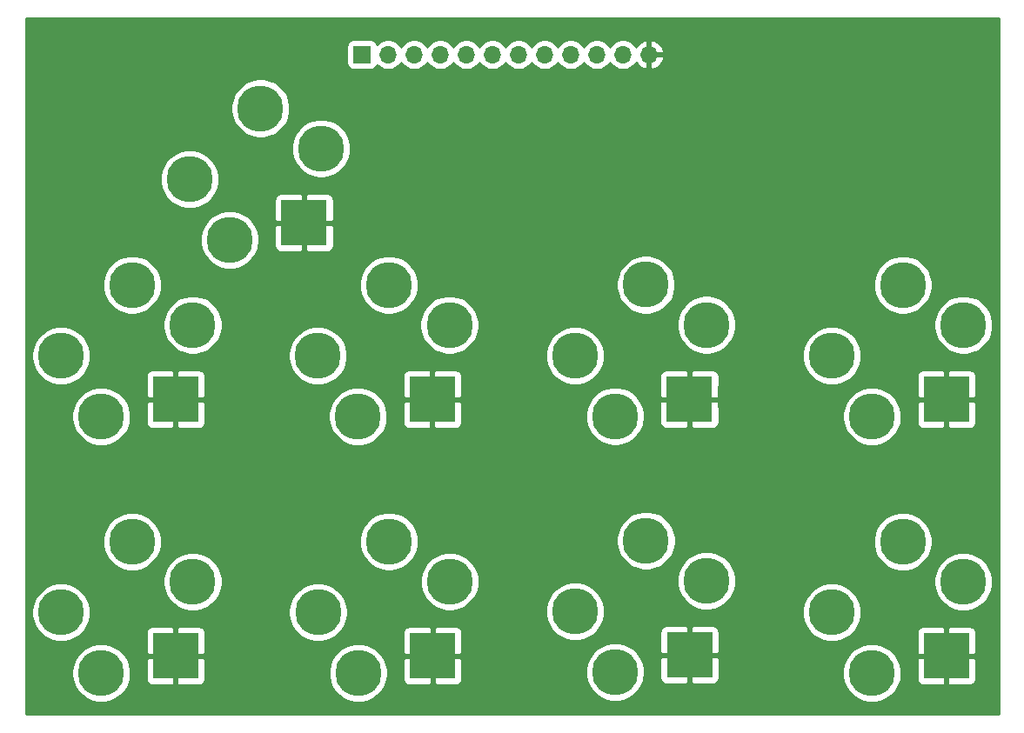
<source format=gbr>
%TF.GenerationSoftware,KiCad,Pcbnew,(5.1.9)-1*%
%TF.CreationDate,2021-08-20T18:58:32+01:00*%
%TF.ProjectId,KOSMOS LFO6 Jack Panel,4b4f534d-4f53-4204-9c46-4f36204a6163,rev?*%
%TF.SameCoordinates,Original*%
%TF.FileFunction,Copper,L2,Bot*%
%TF.FilePolarity,Positive*%
%FSLAX46Y46*%
G04 Gerber Fmt 4.6, Leading zero omitted, Abs format (unit mm)*
G04 Created by KiCad (PCBNEW (5.1.9)-1) date 2021-08-20 18:58:32*
%MOMM*%
%LPD*%
G01*
G04 APERTURE LIST*
%TA.AperFunction,ComponentPad*%
%ADD10R,1.700000X1.700000*%
%TD*%
%TA.AperFunction,ComponentPad*%
%ADD11O,1.700000X1.700000*%
%TD*%
%TA.AperFunction,ComponentPad*%
%ADD12C,4.500000*%
%TD*%
%TA.AperFunction,ComponentPad*%
%ADD13R,4.500001X4.500001*%
%TD*%
%TA.AperFunction,ComponentPad*%
%ADD14C,4.500001*%
%TD*%
%TA.AperFunction,Conductor*%
%ADD15C,0.254000*%
%TD*%
%TA.AperFunction,Conductor*%
%ADD16C,0.100000*%
%TD*%
G04 APERTURE END LIST*
D10*
%TO.P,J1,1*%
%TO.N,/Lfo1UniOut*%
X49300000Y-17880000D03*
D11*
%TO.P,J1,2*%
%TO.N,/Lfo1BiOut*%
X51840000Y-17880000D03*
%TO.P,J1,3*%
%TO.N,/Lfo2UniOut*%
X54380000Y-17880000D03*
%TO.P,J1,4*%
%TO.N,/Lfo2BiOut*%
X56920000Y-17880000D03*
%TO.P,J1,5*%
%TO.N,/Lfo3UniOut*%
X59460000Y-17880000D03*
%TO.P,J1,6*%
%TO.N,/Lfo3BiOut*%
X62000000Y-17880000D03*
%TO.P,J1,7*%
%TO.N,/Lfo4UniOut*%
X64540000Y-17880000D03*
%TO.P,J1,8*%
%TO.N,/Lfo4BiOut*%
X67080000Y-17880000D03*
%TO.P,J1,9*%
%TO.N,/cv1in*%
X69620000Y-17880000D03*
%TO.P,J1,10*%
%TO.N,Net-(J1-Pad10)*%
X72160000Y-17880000D03*
%TO.P,J1,11*%
%TO.N,Net-(J1-Pad11)*%
X74700000Y-17880000D03*
%TO.P,J1,12*%
%TO.N,GND*%
X77240000Y-17880000D03*
%TD*%
D12*
%TO.P,J2,T*%
%TO.N,/Lfo1UniOut*%
X20030000Y-47200000D03*
D13*
%TO.P,J2,S*%
%TO.N,GND*%
X31170000Y-51440000D03*
D14*
%TO.P,J2,R*%
%TO.N,N/C*%
X26930000Y-40300000D03*
D12*
%TO.P,J2,TN*%
X23930000Y-53100000D03*
D14*
%TO.P,J2,RN*%
X32830000Y-44200000D03*
%TD*%
%TO.P,J3,RN*%
%TO.N,N/C*%
X32830000Y-69190000D03*
D12*
%TO.P,J3,TN*%
X23930000Y-78090000D03*
D14*
%TO.P,J3,R*%
X26930000Y-65290000D03*
D13*
%TO.P,J3,S*%
%TO.N,GND*%
X31170000Y-76430000D03*
D12*
%TO.P,J3,T*%
%TO.N,/Lfo1BiOut*%
X20030000Y-72190000D03*
%TD*%
%TO.P,J4,T*%
%TO.N,/Lfo2UniOut*%
X45010000Y-47200000D03*
D13*
%TO.P,J4,S*%
%TO.N,GND*%
X56150000Y-51440000D03*
D14*
%TO.P,J4,R*%
%TO.N,N/C*%
X51910000Y-40300000D03*
D12*
%TO.P,J4,TN*%
X48910000Y-53100000D03*
D14*
%TO.P,J4,RN*%
X57810000Y-44200000D03*
%TD*%
%TO.P,J5,RN*%
%TO.N,N/C*%
X57830000Y-69180000D03*
D12*
%TO.P,J5,TN*%
X48930000Y-78080000D03*
D14*
%TO.P,J5,R*%
X51930000Y-65280000D03*
D13*
%TO.P,J5,S*%
%TO.N,GND*%
X56170000Y-76420000D03*
D12*
%TO.P,J5,T*%
%TO.N,/Lfo2BiOut*%
X45030000Y-72180000D03*
%TD*%
%TO.P,J6,T*%
%TO.N,/cv1in*%
X32530000Y-30010000D03*
D13*
%TO.P,J6,S*%
%TO.N,GND*%
X43670000Y-34250000D03*
D14*
%TO.P,J6,R*%
%TO.N,N/C*%
X39430000Y-23110000D03*
D12*
%TO.P,J6,TN*%
X36430000Y-35910000D03*
D14*
%TO.P,J6,RN*%
X45330000Y-27010000D03*
%TD*%
D12*
%TO.P,J7,T*%
%TO.N,/Lfo3UniOut*%
X70030000Y-47190000D03*
D13*
%TO.P,J7,S*%
%TO.N,GND*%
X81170000Y-51430000D03*
D14*
%TO.P,J7,R*%
%TO.N,N/C*%
X76930000Y-40290000D03*
D12*
%TO.P,J7,TN*%
X73930000Y-53090000D03*
D14*
%TO.P,J7,RN*%
X82830000Y-44190000D03*
%TD*%
%TO.P,J8,RN*%
%TO.N,N/C*%
X82840000Y-69100000D03*
D12*
%TO.P,J8,TN*%
X73940000Y-78000000D03*
D14*
%TO.P,J8,R*%
X76940000Y-65200000D03*
D13*
%TO.P,J8,S*%
%TO.N,GND*%
X81180000Y-76340000D03*
D12*
%TO.P,J8,T*%
%TO.N,/Lfo3BiOut*%
X70040000Y-72100000D03*
%TD*%
%TO.P,J9,T*%
%TO.N,/Lfo4UniOut*%
X95040000Y-47200000D03*
D13*
%TO.P,J9,S*%
%TO.N,GND*%
X106180000Y-51440000D03*
D14*
%TO.P,J9,R*%
%TO.N,N/C*%
X101940000Y-40300000D03*
D12*
%TO.P,J9,TN*%
X98940000Y-53100000D03*
D14*
%TO.P,J9,RN*%
X107840000Y-44200000D03*
%TD*%
%TO.P,J10,RN*%
%TO.N,N/C*%
X107830000Y-69190000D03*
D12*
%TO.P,J10,TN*%
X98930000Y-78090000D03*
D14*
%TO.P,J10,R*%
X101930000Y-65290000D03*
D13*
%TO.P,J10,S*%
%TO.N,GND*%
X106170000Y-76430000D03*
D12*
%TO.P,J10,T*%
%TO.N,/Lfo4BiOut*%
X95030000Y-72190000D03*
%TD*%
D15*
%TO.N,GND*%
X111260001Y-82110000D02*
X16580478Y-82110000D01*
X16583593Y-77805852D01*
X21045000Y-77805852D01*
X21045000Y-78374148D01*
X21155869Y-78931523D01*
X21373346Y-79456560D01*
X21689074Y-79929080D01*
X22090920Y-80330926D01*
X22563440Y-80646654D01*
X23088477Y-80864131D01*
X23645852Y-80975000D01*
X24214148Y-80975000D01*
X24771523Y-80864131D01*
X25296560Y-80646654D01*
X25769080Y-80330926D01*
X26170926Y-79929080D01*
X26486654Y-79456560D01*
X26704131Y-78931523D01*
X26754162Y-78680000D01*
X28281928Y-78680000D01*
X28294188Y-78804482D01*
X28330498Y-78924180D01*
X28389463Y-79034494D01*
X28468815Y-79131185D01*
X28565506Y-79210537D01*
X28675820Y-79269502D01*
X28795518Y-79305812D01*
X28920000Y-79318072D01*
X30884250Y-79315000D01*
X31043000Y-79156250D01*
X31043000Y-76557000D01*
X31297000Y-76557000D01*
X31297000Y-79156250D01*
X31455750Y-79315000D01*
X33420000Y-79318072D01*
X33544482Y-79305812D01*
X33664180Y-79269502D01*
X33774494Y-79210537D01*
X33871185Y-79131185D01*
X33950537Y-79034494D01*
X34009502Y-78924180D01*
X34045812Y-78804482D01*
X34058072Y-78680000D01*
X34056690Y-77795852D01*
X46045000Y-77795852D01*
X46045000Y-78364148D01*
X46155869Y-78921523D01*
X46373346Y-79446560D01*
X46689074Y-79919080D01*
X47090920Y-80320926D01*
X47563440Y-80636654D01*
X48088477Y-80854131D01*
X48645852Y-80965000D01*
X49214148Y-80965000D01*
X49771523Y-80854131D01*
X50296560Y-80636654D01*
X50769080Y-80320926D01*
X51170926Y-79919080D01*
X51486654Y-79446560D01*
X51704131Y-78921523D01*
X51754162Y-78670000D01*
X53281928Y-78670000D01*
X53294188Y-78794482D01*
X53330498Y-78914180D01*
X53389463Y-79024494D01*
X53468815Y-79121185D01*
X53565506Y-79200537D01*
X53675820Y-79259502D01*
X53795518Y-79295812D01*
X53920000Y-79308072D01*
X55884250Y-79305000D01*
X56043000Y-79146250D01*
X56043000Y-76547000D01*
X56297000Y-76547000D01*
X56297000Y-79146250D01*
X56455750Y-79305000D01*
X58420000Y-79308072D01*
X58544482Y-79295812D01*
X58664180Y-79259502D01*
X58774494Y-79200537D01*
X58871185Y-79121185D01*
X58950537Y-79024494D01*
X59009502Y-78914180D01*
X59045812Y-78794482D01*
X59058072Y-78670000D01*
X59056580Y-77715852D01*
X71055000Y-77715852D01*
X71055000Y-78284148D01*
X71165869Y-78841523D01*
X71383346Y-79366560D01*
X71699074Y-79839080D01*
X72100920Y-80240926D01*
X72573440Y-80556654D01*
X73098477Y-80774131D01*
X73655852Y-80885000D01*
X74224148Y-80885000D01*
X74781523Y-80774131D01*
X75306560Y-80556654D01*
X75779080Y-80240926D01*
X76180926Y-79839080D01*
X76496654Y-79366560D01*
X76714131Y-78841523D01*
X76764162Y-78590000D01*
X78291928Y-78590000D01*
X78304188Y-78714482D01*
X78340498Y-78834180D01*
X78399463Y-78944494D01*
X78478815Y-79041185D01*
X78575506Y-79120537D01*
X78685820Y-79179502D01*
X78805518Y-79215812D01*
X78930000Y-79228072D01*
X80894250Y-79225000D01*
X81053000Y-79066250D01*
X81053000Y-76467000D01*
X81307000Y-76467000D01*
X81307000Y-79066250D01*
X81465750Y-79225000D01*
X83430000Y-79228072D01*
X83554482Y-79215812D01*
X83674180Y-79179502D01*
X83784494Y-79120537D01*
X83881185Y-79041185D01*
X83960537Y-78944494D01*
X84019502Y-78834180D01*
X84055812Y-78714482D01*
X84068072Y-78590000D01*
X84066846Y-77805852D01*
X96045000Y-77805852D01*
X96045000Y-78374148D01*
X96155869Y-78931523D01*
X96373346Y-79456560D01*
X96689074Y-79929080D01*
X97090920Y-80330926D01*
X97563440Y-80646654D01*
X98088477Y-80864131D01*
X98645852Y-80975000D01*
X99214148Y-80975000D01*
X99771523Y-80864131D01*
X100296560Y-80646654D01*
X100769080Y-80330926D01*
X101170926Y-79929080D01*
X101486654Y-79456560D01*
X101704131Y-78931523D01*
X101754162Y-78680000D01*
X103281928Y-78680000D01*
X103294188Y-78804482D01*
X103330498Y-78924180D01*
X103389463Y-79034494D01*
X103468815Y-79131185D01*
X103565506Y-79210537D01*
X103675820Y-79269502D01*
X103795518Y-79305812D01*
X103920000Y-79318072D01*
X105884250Y-79315000D01*
X106043000Y-79156250D01*
X106043000Y-76557000D01*
X106297000Y-76557000D01*
X106297000Y-79156250D01*
X106455750Y-79315000D01*
X108420000Y-79318072D01*
X108544482Y-79305812D01*
X108664180Y-79269502D01*
X108774494Y-79210537D01*
X108871185Y-79131185D01*
X108950537Y-79034494D01*
X109009502Y-78924180D01*
X109045812Y-78804482D01*
X109058072Y-78680000D01*
X109055000Y-76715750D01*
X108896250Y-76557000D01*
X106297000Y-76557000D01*
X106043000Y-76557000D01*
X103443750Y-76557000D01*
X103285000Y-76715750D01*
X103281928Y-78680000D01*
X101754162Y-78680000D01*
X101815000Y-78374148D01*
X101815000Y-77805852D01*
X101704131Y-77248477D01*
X101486654Y-76723440D01*
X101170926Y-76250920D01*
X100769080Y-75849074D01*
X100296560Y-75533346D01*
X99771523Y-75315869D01*
X99214148Y-75205000D01*
X98645852Y-75205000D01*
X98088477Y-75315869D01*
X97563440Y-75533346D01*
X97090920Y-75849074D01*
X96689074Y-76250920D01*
X96373346Y-76723440D01*
X96155869Y-77248477D01*
X96045000Y-77805852D01*
X84066846Y-77805852D01*
X84065000Y-76625750D01*
X83906250Y-76467000D01*
X81307000Y-76467000D01*
X81053000Y-76467000D01*
X78453750Y-76467000D01*
X78295000Y-76625750D01*
X78291928Y-78590000D01*
X76764162Y-78590000D01*
X76825000Y-78284148D01*
X76825000Y-77715852D01*
X76714131Y-77158477D01*
X76496654Y-76633440D01*
X76180926Y-76160920D01*
X75779080Y-75759074D01*
X75306560Y-75443346D01*
X74781523Y-75225869D01*
X74224148Y-75115000D01*
X73655852Y-75115000D01*
X73098477Y-75225869D01*
X72573440Y-75443346D01*
X72100920Y-75759074D01*
X71699074Y-76160920D01*
X71383346Y-76633440D01*
X71165869Y-77158477D01*
X71055000Y-77715852D01*
X59056580Y-77715852D01*
X59055000Y-76705750D01*
X58896250Y-76547000D01*
X56297000Y-76547000D01*
X56043000Y-76547000D01*
X53443750Y-76547000D01*
X53285000Y-76705750D01*
X53281928Y-78670000D01*
X51754162Y-78670000D01*
X51815000Y-78364148D01*
X51815000Y-77795852D01*
X51704131Y-77238477D01*
X51486654Y-76713440D01*
X51170926Y-76240920D01*
X50769080Y-75839074D01*
X50296560Y-75523346D01*
X49771523Y-75305869D01*
X49214148Y-75195000D01*
X48645852Y-75195000D01*
X48088477Y-75305869D01*
X47563440Y-75523346D01*
X47090920Y-75839074D01*
X46689074Y-76240920D01*
X46373346Y-76713440D01*
X46155869Y-77238477D01*
X46045000Y-77795852D01*
X34056690Y-77795852D01*
X34055000Y-76715750D01*
X33896250Y-76557000D01*
X31297000Y-76557000D01*
X31043000Y-76557000D01*
X28443750Y-76557000D01*
X28285000Y-76715750D01*
X28281928Y-78680000D01*
X26754162Y-78680000D01*
X26815000Y-78374148D01*
X26815000Y-77805852D01*
X26704131Y-77248477D01*
X26486654Y-76723440D01*
X26170926Y-76250920D01*
X25769080Y-75849074D01*
X25296560Y-75533346D01*
X24771523Y-75315869D01*
X24214148Y-75205000D01*
X23645852Y-75205000D01*
X23088477Y-75315869D01*
X22563440Y-75533346D01*
X22090920Y-75849074D01*
X21689074Y-76250920D01*
X21373346Y-76723440D01*
X21155869Y-77248477D01*
X21045000Y-77805852D01*
X16583593Y-77805852D01*
X16587865Y-71905852D01*
X17145000Y-71905852D01*
X17145000Y-72474148D01*
X17255869Y-73031523D01*
X17473346Y-73556560D01*
X17789074Y-74029080D01*
X18190920Y-74430926D01*
X18663440Y-74746654D01*
X19188477Y-74964131D01*
X19745852Y-75075000D01*
X20314148Y-75075000D01*
X20871523Y-74964131D01*
X21396560Y-74746654D01*
X21869080Y-74430926D01*
X22120006Y-74180000D01*
X28281928Y-74180000D01*
X28285000Y-76144250D01*
X28443750Y-76303000D01*
X31043000Y-76303000D01*
X31043000Y-73703750D01*
X31297000Y-73703750D01*
X31297000Y-76303000D01*
X33896250Y-76303000D01*
X34055000Y-76144250D01*
X34058072Y-74180000D01*
X34045812Y-74055518D01*
X34009502Y-73935820D01*
X33950537Y-73825506D01*
X33871185Y-73728815D01*
X33774494Y-73649463D01*
X33664180Y-73590498D01*
X33544482Y-73554188D01*
X33420000Y-73541928D01*
X31455750Y-73545000D01*
X31297000Y-73703750D01*
X31043000Y-73703750D01*
X30884250Y-73545000D01*
X28920000Y-73541928D01*
X28795518Y-73554188D01*
X28675820Y-73590498D01*
X28565506Y-73649463D01*
X28468815Y-73728815D01*
X28389463Y-73825506D01*
X28330498Y-73935820D01*
X28294188Y-74055518D01*
X28281928Y-74180000D01*
X22120006Y-74180000D01*
X22270926Y-74029080D01*
X22586654Y-73556560D01*
X22804131Y-73031523D01*
X22915000Y-72474148D01*
X22915000Y-71905852D01*
X22804131Y-71348477D01*
X22586654Y-70823440D01*
X22270926Y-70350920D01*
X21869080Y-69949074D01*
X21396560Y-69633346D01*
X20871523Y-69415869D01*
X20314148Y-69305000D01*
X19745852Y-69305000D01*
X19188477Y-69415869D01*
X18663440Y-69633346D01*
X18190920Y-69949074D01*
X17789074Y-70350920D01*
X17473346Y-70823440D01*
X17255869Y-71348477D01*
X17145000Y-71905852D01*
X16587865Y-71905852D01*
X16590036Y-68905852D01*
X29945000Y-68905852D01*
X29945000Y-69474148D01*
X30055869Y-70031523D01*
X30273346Y-70556560D01*
X30589074Y-71029080D01*
X30990920Y-71430926D01*
X31463440Y-71746654D01*
X31988477Y-71964131D01*
X32545852Y-72075000D01*
X33114148Y-72075000D01*
X33671523Y-71964131D01*
X33836363Y-71895852D01*
X42145000Y-71895852D01*
X42145000Y-72464148D01*
X42255869Y-73021523D01*
X42473346Y-73546560D01*
X42789074Y-74019080D01*
X43190920Y-74420926D01*
X43663440Y-74736654D01*
X44188477Y-74954131D01*
X44745852Y-75065000D01*
X45314148Y-75065000D01*
X45871523Y-74954131D01*
X46396560Y-74736654D01*
X46869080Y-74420926D01*
X47120006Y-74170000D01*
X53281928Y-74170000D01*
X53285000Y-76134250D01*
X53443750Y-76293000D01*
X56043000Y-76293000D01*
X56043000Y-73693750D01*
X56297000Y-73693750D01*
X56297000Y-76293000D01*
X58896250Y-76293000D01*
X59055000Y-76134250D01*
X59058072Y-74170000D01*
X59045812Y-74045518D01*
X59009502Y-73925820D01*
X58950537Y-73815506D01*
X58871185Y-73718815D01*
X58774494Y-73639463D01*
X58664180Y-73580498D01*
X58544482Y-73544188D01*
X58420000Y-73531928D01*
X56455750Y-73535000D01*
X56297000Y-73693750D01*
X56043000Y-73693750D01*
X55884250Y-73535000D01*
X53920000Y-73531928D01*
X53795518Y-73544188D01*
X53675820Y-73580498D01*
X53565506Y-73639463D01*
X53468815Y-73718815D01*
X53389463Y-73815506D01*
X53330498Y-73925820D01*
X53294188Y-74045518D01*
X53281928Y-74170000D01*
X47120006Y-74170000D01*
X47270926Y-74019080D01*
X47586654Y-73546560D01*
X47804131Y-73021523D01*
X47915000Y-72464148D01*
X47915000Y-71895852D01*
X47804131Y-71338477D01*
X47586654Y-70813440D01*
X47270926Y-70340920D01*
X46869080Y-69939074D01*
X46396560Y-69623346D01*
X45871523Y-69405869D01*
X45314148Y-69295000D01*
X44745852Y-69295000D01*
X44188477Y-69405869D01*
X43663440Y-69623346D01*
X43190920Y-69939074D01*
X42789074Y-70340920D01*
X42473346Y-70813440D01*
X42255869Y-71338477D01*
X42145000Y-71895852D01*
X33836363Y-71895852D01*
X34196560Y-71746654D01*
X34669080Y-71430926D01*
X35070926Y-71029080D01*
X35386654Y-70556560D01*
X35604131Y-70031523D01*
X35715000Y-69474148D01*
X35715000Y-68905852D01*
X35713011Y-68895852D01*
X54945000Y-68895852D01*
X54945000Y-69464148D01*
X55055869Y-70021523D01*
X55273346Y-70546560D01*
X55589074Y-71019080D01*
X55990920Y-71420926D01*
X56463440Y-71736654D01*
X56988477Y-71954131D01*
X57545852Y-72065000D01*
X58114148Y-72065000D01*
X58671523Y-71954131D01*
X59005358Y-71815852D01*
X67155000Y-71815852D01*
X67155000Y-72384148D01*
X67265869Y-72941523D01*
X67483346Y-73466560D01*
X67799074Y-73939080D01*
X68200920Y-74340926D01*
X68673440Y-74656654D01*
X69198477Y-74874131D01*
X69755852Y-74985000D01*
X70324148Y-74985000D01*
X70881523Y-74874131D01*
X71406560Y-74656654D01*
X71879080Y-74340926D01*
X72130006Y-74090000D01*
X78291928Y-74090000D01*
X78295000Y-76054250D01*
X78453750Y-76213000D01*
X81053000Y-76213000D01*
X81053000Y-73613750D01*
X81307000Y-73613750D01*
X81307000Y-76213000D01*
X83906250Y-76213000D01*
X84065000Y-76054250D01*
X84068072Y-74090000D01*
X84055812Y-73965518D01*
X84019502Y-73845820D01*
X83960537Y-73735506D01*
X83881185Y-73638815D01*
X83784494Y-73559463D01*
X83674180Y-73500498D01*
X83554482Y-73464188D01*
X83430000Y-73451928D01*
X81465750Y-73455000D01*
X81307000Y-73613750D01*
X81053000Y-73613750D01*
X80894250Y-73455000D01*
X78930000Y-73451928D01*
X78805518Y-73464188D01*
X78685820Y-73500498D01*
X78575506Y-73559463D01*
X78478815Y-73638815D01*
X78399463Y-73735506D01*
X78340498Y-73845820D01*
X78304188Y-73965518D01*
X78291928Y-74090000D01*
X72130006Y-74090000D01*
X72280926Y-73939080D01*
X72596654Y-73466560D01*
X72814131Y-72941523D01*
X72925000Y-72384148D01*
X72925000Y-71815852D01*
X72814131Y-71258477D01*
X72596654Y-70733440D01*
X72280926Y-70260920D01*
X71879080Y-69859074D01*
X71406560Y-69543346D01*
X70881523Y-69325869D01*
X70324148Y-69215000D01*
X69755852Y-69215000D01*
X69198477Y-69325869D01*
X68673440Y-69543346D01*
X68200920Y-69859074D01*
X67799074Y-70260920D01*
X67483346Y-70733440D01*
X67265869Y-71258477D01*
X67155000Y-71815852D01*
X59005358Y-71815852D01*
X59196560Y-71736654D01*
X59669080Y-71420926D01*
X60070926Y-71019080D01*
X60386654Y-70546560D01*
X60604131Y-70021523D01*
X60715000Y-69464148D01*
X60715000Y-68895852D01*
X60699087Y-68815852D01*
X79955000Y-68815852D01*
X79955000Y-69384148D01*
X80065869Y-69941523D01*
X80283346Y-70466560D01*
X80599074Y-70939080D01*
X81000920Y-71340926D01*
X81473440Y-71656654D01*
X81998477Y-71874131D01*
X82555852Y-71985000D01*
X83124148Y-71985000D01*
X83522051Y-71905852D01*
X92145000Y-71905852D01*
X92145000Y-72474148D01*
X92255869Y-73031523D01*
X92473346Y-73556560D01*
X92789074Y-74029080D01*
X93190920Y-74430926D01*
X93663440Y-74746654D01*
X94188477Y-74964131D01*
X94745852Y-75075000D01*
X95314148Y-75075000D01*
X95871523Y-74964131D01*
X96396560Y-74746654D01*
X96869080Y-74430926D01*
X97120006Y-74180000D01*
X103281928Y-74180000D01*
X103285000Y-76144250D01*
X103443750Y-76303000D01*
X106043000Y-76303000D01*
X106043000Y-73703750D01*
X106297000Y-73703750D01*
X106297000Y-76303000D01*
X108896250Y-76303000D01*
X109055000Y-76144250D01*
X109058072Y-74180000D01*
X109045812Y-74055518D01*
X109009502Y-73935820D01*
X108950537Y-73825506D01*
X108871185Y-73728815D01*
X108774494Y-73649463D01*
X108664180Y-73590498D01*
X108544482Y-73554188D01*
X108420000Y-73541928D01*
X106455750Y-73545000D01*
X106297000Y-73703750D01*
X106043000Y-73703750D01*
X105884250Y-73545000D01*
X103920000Y-73541928D01*
X103795518Y-73554188D01*
X103675820Y-73590498D01*
X103565506Y-73649463D01*
X103468815Y-73728815D01*
X103389463Y-73825506D01*
X103330498Y-73935820D01*
X103294188Y-74055518D01*
X103281928Y-74180000D01*
X97120006Y-74180000D01*
X97270926Y-74029080D01*
X97586654Y-73556560D01*
X97804131Y-73031523D01*
X97915000Y-72474148D01*
X97915000Y-71905852D01*
X97804131Y-71348477D01*
X97586654Y-70823440D01*
X97270926Y-70350920D01*
X96869080Y-69949074D01*
X96396560Y-69633346D01*
X95871523Y-69415869D01*
X95314148Y-69305000D01*
X94745852Y-69305000D01*
X94188477Y-69415869D01*
X93663440Y-69633346D01*
X93190920Y-69949074D01*
X92789074Y-70350920D01*
X92473346Y-70823440D01*
X92255869Y-71348477D01*
X92145000Y-71905852D01*
X83522051Y-71905852D01*
X83681523Y-71874131D01*
X84206560Y-71656654D01*
X84679080Y-71340926D01*
X85080926Y-70939080D01*
X85396654Y-70466560D01*
X85614131Y-69941523D01*
X85725000Y-69384148D01*
X85725000Y-68905852D01*
X104945000Y-68905852D01*
X104945000Y-69474148D01*
X105055869Y-70031523D01*
X105273346Y-70556560D01*
X105589074Y-71029080D01*
X105990920Y-71430926D01*
X106463440Y-71746654D01*
X106988477Y-71964131D01*
X107545852Y-72075000D01*
X108114148Y-72075000D01*
X108671523Y-71964131D01*
X109196560Y-71746654D01*
X109669080Y-71430926D01*
X110070926Y-71029080D01*
X110386654Y-70556560D01*
X110604131Y-70031523D01*
X110715000Y-69474148D01*
X110715000Y-68905852D01*
X110604131Y-68348477D01*
X110386654Y-67823440D01*
X110070926Y-67350920D01*
X109669080Y-66949074D01*
X109196560Y-66633346D01*
X108671523Y-66415869D01*
X108114148Y-66305000D01*
X107545852Y-66305000D01*
X106988477Y-66415869D01*
X106463440Y-66633346D01*
X105990920Y-66949074D01*
X105589074Y-67350920D01*
X105273346Y-67823440D01*
X105055869Y-68348477D01*
X104945000Y-68905852D01*
X85725000Y-68905852D01*
X85725000Y-68815852D01*
X85614131Y-68258477D01*
X85396654Y-67733440D01*
X85080926Y-67260920D01*
X84679080Y-66859074D01*
X84206560Y-66543346D01*
X83681523Y-66325869D01*
X83124148Y-66215000D01*
X82555852Y-66215000D01*
X81998477Y-66325869D01*
X81473440Y-66543346D01*
X81000920Y-66859074D01*
X80599074Y-67260920D01*
X80283346Y-67733440D01*
X80065869Y-68258477D01*
X79955000Y-68815852D01*
X60699087Y-68815852D01*
X60604131Y-68338477D01*
X60386654Y-67813440D01*
X60070926Y-67340920D01*
X59669080Y-66939074D01*
X59196560Y-66623346D01*
X58671523Y-66405869D01*
X58114148Y-66295000D01*
X57545852Y-66295000D01*
X56988477Y-66405869D01*
X56463440Y-66623346D01*
X55990920Y-66939074D01*
X55589074Y-67340920D01*
X55273346Y-67813440D01*
X55055869Y-68338477D01*
X54945000Y-68895852D01*
X35713011Y-68895852D01*
X35604131Y-68348477D01*
X35386654Y-67823440D01*
X35070926Y-67350920D01*
X34669080Y-66949074D01*
X34196560Y-66633346D01*
X33671523Y-66415869D01*
X33114148Y-66305000D01*
X32545852Y-66305000D01*
X31988477Y-66415869D01*
X31463440Y-66633346D01*
X30990920Y-66949074D01*
X30589074Y-67350920D01*
X30273346Y-67823440D01*
X30055869Y-68348477D01*
X29945000Y-68905852D01*
X16590036Y-68905852D01*
X16592860Y-65005852D01*
X24045000Y-65005852D01*
X24045000Y-65574148D01*
X24155869Y-66131523D01*
X24373346Y-66656560D01*
X24689074Y-67129080D01*
X25090920Y-67530926D01*
X25563440Y-67846654D01*
X26088477Y-68064131D01*
X26645852Y-68175000D01*
X27214148Y-68175000D01*
X27771523Y-68064131D01*
X28296560Y-67846654D01*
X28769080Y-67530926D01*
X29170926Y-67129080D01*
X29486654Y-66656560D01*
X29704131Y-66131523D01*
X29815000Y-65574148D01*
X29815000Y-65005852D01*
X29813011Y-64995852D01*
X49045000Y-64995852D01*
X49045000Y-65564148D01*
X49155869Y-66121523D01*
X49373346Y-66646560D01*
X49689074Y-67119080D01*
X50090920Y-67520926D01*
X50563440Y-67836654D01*
X51088477Y-68054131D01*
X51645852Y-68165000D01*
X52214148Y-68165000D01*
X52771523Y-68054131D01*
X53296560Y-67836654D01*
X53769080Y-67520926D01*
X54170926Y-67119080D01*
X54486654Y-66646560D01*
X54704131Y-66121523D01*
X54815000Y-65564148D01*
X54815000Y-64995852D01*
X54799087Y-64915852D01*
X74055000Y-64915852D01*
X74055000Y-65484148D01*
X74165869Y-66041523D01*
X74383346Y-66566560D01*
X74699074Y-67039080D01*
X75100920Y-67440926D01*
X75573440Y-67756654D01*
X76098477Y-67974131D01*
X76655852Y-68085000D01*
X77224148Y-68085000D01*
X77781523Y-67974131D01*
X78306560Y-67756654D01*
X78779080Y-67440926D01*
X79180926Y-67039080D01*
X79496654Y-66566560D01*
X79714131Y-66041523D01*
X79825000Y-65484148D01*
X79825000Y-65005852D01*
X99045000Y-65005852D01*
X99045000Y-65574148D01*
X99155869Y-66131523D01*
X99373346Y-66656560D01*
X99689074Y-67129080D01*
X100090920Y-67530926D01*
X100563440Y-67846654D01*
X101088477Y-68064131D01*
X101645852Y-68175000D01*
X102214148Y-68175000D01*
X102771523Y-68064131D01*
X103296560Y-67846654D01*
X103769080Y-67530926D01*
X104170926Y-67129080D01*
X104486654Y-66656560D01*
X104704131Y-66131523D01*
X104815000Y-65574148D01*
X104815000Y-65005852D01*
X104704131Y-64448477D01*
X104486654Y-63923440D01*
X104170926Y-63450920D01*
X103769080Y-63049074D01*
X103296560Y-62733346D01*
X102771523Y-62515869D01*
X102214148Y-62405000D01*
X101645852Y-62405000D01*
X101088477Y-62515869D01*
X100563440Y-62733346D01*
X100090920Y-63049074D01*
X99689074Y-63450920D01*
X99373346Y-63923440D01*
X99155869Y-64448477D01*
X99045000Y-65005852D01*
X79825000Y-65005852D01*
X79825000Y-64915852D01*
X79714131Y-64358477D01*
X79496654Y-63833440D01*
X79180926Y-63360920D01*
X78779080Y-62959074D01*
X78306560Y-62643346D01*
X77781523Y-62425869D01*
X77224148Y-62315000D01*
X76655852Y-62315000D01*
X76098477Y-62425869D01*
X75573440Y-62643346D01*
X75100920Y-62959074D01*
X74699074Y-63360920D01*
X74383346Y-63833440D01*
X74165869Y-64358477D01*
X74055000Y-64915852D01*
X54799087Y-64915852D01*
X54704131Y-64438477D01*
X54486654Y-63913440D01*
X54170926Y-63440920D01*
X53769080Y-63039074D01*
X53296560Y-62723346D01*
X52771523Y-62505869D01*
X52214148Y-62395000D01*
X51645852Y-62395000D01*
X51088477Y-62505869D01*
X50563440Y-62723346D01*
X50090920Y-63039074D01*
X49689074Y-63440920D01*
X49373346Y-63913440D01*
X49155869Y-64438477D01*
X49045000Y-64995852D01*
X29813011Y-64995852D01*
X29704131Y-64448477D01*
X29486654Y-63923440D01*
X29170926Y-63450920D01*
X28769080Y-63049074D01*
X28296560Y-62733346D01*
X27771523Y-62515869D01*
X27214148Y-62405000D01*
X26645852Y-62405000D01*
X26088477Y-62515869D01*
X25563440Y-62733346D01*
X25090920Y-63049074D01*
X24689074Y-63450920D01*
X24373346Y-63923440D01*
X24155869Y-64448477D01*
X24045000Y-65005852D01*
X16592860Y-65005852D01*
X16601686Y-52815852D01*
X21045000Y-52815852D01*
X21045000Y-53384148D01*
X21155869Y-53941523D01*
X21373346Y-54466560D01*
X21689074Y-54939080D01*
X22090920Y-55340926D01*
X22563440Y-55656654D01*
X23088477Y-55874131D01*
X23645852Y-55985000D01*
X24214148Y-55985000D01*
X24771523Y-55874131D01*
X25296560Y-55656654D01*
X25769080Y-55340926D01*
X26170926Y-54939080D01*
X26486654Y-54466560D01*
X26704131Y-53941523D01*
X26754162Y-53690000D01*
X28281928Y-53690000D01*
X28294188Y-53814482D01*
X28330498Y-53934180D01*
X28389463Y-54044494D01*
X28468815Y-54141185D01*
X28565506Y-54220537D01*
X28675820Y-54279502D01*
X28795518Y-54315812D01*
X28920000Y-54328072D01*
X30884250Y-54325000D01*
X31043000Y-54166250D01*
X31043000Y-51567000D01*
X31297000Y-51567000D01*
X31297000Y-54166250D01*
X31455750Y-54325000D01*
X33420000Y-54328072D01*
X33544482Y-54315812D01*
X33664180Y-54279502D01*
X33774494Y-54220537D01*
X33871185Y-54141185D01*
X33950537Y-54044494D01*
X34009502Y-53934180D01*
X34045812Y-53814482D01*
X34058072Y-53690000D01*
X34056705Y-52815852D01*
X46025000Y-52815852D01*
X46025000Y-53384148D01*
X46135869Y-53941523D01*
X46353346Y-54466560D01*
X46669074Y-54939080D01*
X47070920Y-55340926D01*
X47543440Y-55656654D01*
X48068477Y-55874131D01*
X48625852Y-55985000D01*
X49194148Y-55985000D01*
X49751523Y-55874131D01*
X50276560Y-55656654D01*
X50749080Y-55340926D01*
X51150926Y-54939080D01*
X51466654Y-54466560D01*
X51684131Y-53941523D01*
X51734162Y-53690000D01*
X53261928Y-53690000D01*
X53274188Y-53814482D01*
X53310498Y-53934180D01*
X53369463Y-54044494D01*
X53448815Y-54141185D01*
X53545506Y-54220537D01*
X53655820Y-54279502D01*
X53775518Y-54315812D01*
X53900000Y-54328072D01*
X55864250Y-54325000D01*
X56023000Y-54166250D01*
X56023000Y-51567000D01*
X56277000Y-51567000D01*
X56277000Y-54166250D01*
X56435750Y-54325000D01*
X58400000Y-54328072D01*
X58524482Y-54315812D01*
X58644180Y-54279502D01*
X58754494Y-54220537D01*
X58851185Y-54141185D01*
X58930537Y-54044494D01*
X58989502Y-53934180D01*
X59025812Y-53814482D01*
X59038072Y-53690000D01*
X59036690Y-52805852D01*
X71045000Y-52805852D01*
X71045000Y-53374148D01*
X71155869Y-53931523D01*
X71373346Y-54456560D01*
X71689074Y-54929080D01*
X72090920Y-55330926D01*
X72563440Y-55646654D01*
X73088477Y-55864131D01*
X73645852Y-55975000D01*
X74214148Y-55975000D01*
X74771523Y-55864131D01*
X75296560Y-55646654D01*
X75769080Y-55330926D01*
X76170926Y-54929080D01*
X76486654Y-54456560D01*
X76704131Y-53931523D01*
X76754162Y-53680000D01*
X78281928Y-53680000D01*
X78294188Y-53804482D01*
X78330498Y-53924180D01*
X78389463Y-54034494D01*
X78468815Y-54131185D01*
X78565506Y-54210537D01*
X78675820Y-54269502D01*
X78795518Y-54305812D01*
X78920000Y-54318072D01*
X80884250Y-54315000D01*
X81043000Y-54156250D01*
X81043000Y-51557000D01*
X81297000Y-51557000D01*
X81297000Y-54156250D01*
X81455750Y-54315000D01*
X83420000Y-54318072D01*
X83544482Y-54305812D01*
X83664180Y-54269502D01*
X83774494Y-54210537D01*
X83871185Y-54131185D01*
X83950537Y-54034494D01*
X84009502Y-53924180D01*
X84045812Y-53804482D01*
X84058072Y-53680000D01*
X84056721Y-52815852D01*
X96055000Y-52815852D01*
X96055000Y-53384148D01*
X96165869Y-53941523D01*
X96383346Y-54466560D01*
X96699074Y-54939080D01*
X97100920Y-55340926D01*
X97573440Y-55656654D01*
X98098477Y-55874131D01*
X98655852Y-55985000D01*
X99224148Y-55985000D01*
X99781523Y-55874131D01*
X100306560Y-55656654D01*
X100779080Y-55340926D01*
X101180926Y-54939080D01*
X101496654Y-54466560D01*
X101714131Y-53941523D01*
X101764162Y-53690000D01*
X103291928Y-53690000D01*
X103304188Y-53814482D01*
X103340498Y-53934180D01*
X103399463Y-54044494D01*
X103478815Y-54141185D01*
X103575506Y-54220537D01*
X103685820Y-54279502D01*
X103805518Y-54315812D01*
X103930000Y-54328072D01*
X105894250Y-54325000D01*
X106053000Y-54166250D01*
X106053000Y-51567000D01*
X106307000Y-51567000D01*
X106307000Y-54166250D01*
X106465750Y-54325000D01*
X108430000Y-54328072D01*
X108554482Y-54315812D01*
X108674180Y-54279502D01*
X108784494Y-54220537D01*
X108881185Y-54141185D01*
X108960537Y-54044494D01*
X109019502Y-53934180D01*
X109055812Y-53814482D01*
X109068072Y-53690000D01*
X109065000Y-51725750D01*
X108906250Y-51567000D01*
X106307000Y-51567000D01*
X106053000Y-51567000D01*
X103453750Y-51567000D01*
X103295000Y-51725750D01*
X103291928Y-53690000D01*
X101764162Y-53690000D01*
X101825000Y-53384148D01*
X101825000Y-52815852D01*
X101714131Y-52258477D01*
X101496654Y-51733440D01*
X101180926Y-51260920D01*
X100779080Y-50859074D01*
X100306560Y-50543346D01*
X99781523Y-50325869D01*
X99224148Y-50215000D01*
X98655852Y-50215000D01*
X98098477Y-50325869D01*
X97573440Y-50543346D01*
X97100920Y-50859074D01*
X96699074Y-51260920D01*
X96383346Y-51733440D01*
X96165869Y-52258477D01*
X96055000Y-52815852D01*
X84056721Y-52815852D01*
X84055000Y-51715750D01*
X83896250Y-51557000D01*
X81297000Y-51557000D01*
X81043000Y-51557000D01*
X78443750Y-51557000D01*
X78285000Y-51715750D01*
X78281928Y-53680000D01*
X76754162Y-53680000D01*
X76815000Y-53374148D01*
X76815000Y-52805852D01*
X76704131Y-52248477D01*
X76486654Y-51723440D01*
X76170926Y-51250920D01*
X75769080Y-50849074D01*
X75296560Y-50533346D01*
X74771523Y-50315869D01*
X74214148Y-50205000D01*
X73645852Y-50205000D01*
X73088477Y-50315869D01*
X72563440Y-50533346D01*
X72090920Y-50849074D01*
X71689074Y-51250920D01*
X71373346Y-51723440D01*
X71155869Y-52248477D01*
X71045000Y-52805852D01*
X59036690Y-52805852D01*
X59035000Y-51725750D01*
X58876250Y-51567000D01*
X56277000Y-51567000D01*
X56023000Y-51567000D01*
X53423750Y-51567000D01*
X53265000Y-51725750D01*
X53261928Y-53690000D01*
X51734162Y-53690000D01*
X51795000Y-53384148D01*
X51795000Y-52815852D01*
X51684131Y-52258477D01*
X51466654Y-51733440D01*
X51150926Y-51260920D01*
X50749080Y-50859074D01*
X50276560Y-50543346D01*
X49751523Y-50325869D01*
X49194148Y-50215000D01*
X48625852Y-50215000D01*
X48068477Y-50325869D01*
X47543440Y-50543346D01*
X47070920Y-50859074D01*
X46669074Y-51260920D01*
X46353346Y-51733440D01*
X46135869Y-52258477D01*
X46025000Y-52815852D01*
X34056705Y-52815852D01*
X34055000Y-51725750D01*
X33896250Y-51567000D01*
X31297000Y-51567000D01*
X31043000Y-51567000D01*
X28443750Y-51567000D01*
X28285000Y-51725750D01*
X28281928Y-53690000D01*
X26754162Y-53690000D01*
X26815000Y-53384148D01*
X26815000Y-52815852D01*
X26704131Y-52258477D01*
X26486654Y-51733440D01*
X26170926Y-51260920D01*
X25769080Y-50859074D01*
X25296560Y-50543346D01*
X24771523Y-50325869D01*
X24214148Y-50215000D01*
X23645852Y-50215000D01*
X23088477Y-50325869D01*
X22563440Y-50543346D01*
X22090920Y-50859074D01*
X21689074Y-51260920D01*
X21373346Y-51733440D01*
X21155869Y-52258477D01*
X21045000Y-52815852D01*
X16601686Y-52815852D01*
X16605958Y-46915852D01*
X17145000Y-46915852D01*
X17145000Y-47484148D01*
X17255869Y-48041523D01*
X17473346Y-48566560D01*
X17789074Y-49039080D01*
X18190920Y-49440926D01*
X18663440Y-49756654D01*
X19188477Y-49974131D01*
X19745852Y-50085000D01*
X20314148Y-50085000D01*
X20871523Y-49974131D01*
X21396560Y-49756654D01*
X21869080Y-49440926D01*
X22120006Y-49190000D01*
X28281928Y-49190000D01*
X28285000Y-51154250D01*
X28443750Y-51313000D01*
X31043000Y-51313000D01*
X31043000Y-48713750D01*
X31297000Y-48713750D01*
X31297000Y-51313000D01*
X33896250Y-51313000D01*
X34055000Y-51154250D01*
X34058072Y-49190000D01*
X34045812Y-49065518D01*
X34009502Y-48945820D01*
X33950537Y-48835506D01*
X33871185Y-48738815D01*
X33774494Y-48659463D01*
X33664180Y-48600498D01*
X33544482Y-48564188D01*
X33420000Y-48551928D01*
X31455750Y-48555000D01*
X31297000Y-48713750D01*
X31043000Y-48713750D01*
X30884250Y-48555000D01*
X28920000Y-48551928D01*
X28795518Y-48564188D01*
X28675820Y-48600498D01*
X28565506Y-48659463D01*
X28468815Y-48738815D01*
X28389463Y-48835506D01*
X28330498Y-48945820D01*
X28294188Y-49065518D01*
X28281928Y-49190000D01*
X22120006Y-49190000D01*
X22270926Y-49039080D01*
X22586654Y-48566560D01*
X22804131Y-48041523D01*
X22915000Y-47484148D01*
X22915000Y-46915852D01*
X22804131Y-46358477D01*
X22586654Y-45833440D01*
X22270926Y-45360920D01*
X21869080Y-44959074D01*
X21396560Y-44643346D01*
X20871523Y-44425869D01*
X20314148Y-44315000D01*
X19745852Y-44315000D01*
X19188477Y-44425869D01*
X18663440Y-44643346D01*
X18190920Y-44959074D01*
X17789074Y-45360920D01*
X17473346Y-45833440D01*
X17255869Y-46358477D01*
X17145000Y-46915852D01*
X16605958Y-46915852D01*
X16608129Y-43915852D01*
X29945000Y-43915852D01*
X29945000Y-44484148D01*
X30055869Y-45041523D01*
X30273346Y-45566560D01*
X30589074Y-46039080D01*
X30990920Y-46440926D01*
X31463440Y-46756654D01*
X31988477Y-46974131D01*
X32545852Y-47085000D01*
X33114148Y-47085000D01*
X33671523Y-46974131D01*
X33812221Y-46915852D01*
X42125000Y-46915852D01*
X42125000Y-47484148D01*
X42235869Y-48041523D01*
X42453346Y-48566560D01*
X42769074Y-49039080D01*
X43170920Y-49440926D01*
X43643440Y-49756654D01*
X44168477Y-49974131D01*
X44725852Y-50085000D01*
X45294148Y-50085000D01*
X45851523Y-49974131D01*
X46376560Y-49756654D01*
X46849080Y-49440926D01*
X47100006Y-49190000D01*
X53261928Y-49190000D01*
X53265000Y-51154250D01*
X53423750Y-51313000D01*
X56023000Y-51313000D01*
X56023000Y-48713750D01*
X56277000Y-48713750D01*
X56277000Y-51313000D01*
X58876250Y-51313000D01*
X59035000Y-51154250D01*
X59038072Y-49190000D01*
X59025812Y-49065518D01*
X58989502Y-48945820D01*
X58930537Y-48835506D01*
X58851185Y-48738815D01*
X58754494Y-48659463D01*
X58644180Y-48600498D01*
X58524482Y-48564188D01*
X58400000Y-48551928D01*
X56435750Y-48555000D01*
X56277000Y-48713750D01*
X56023000Y-48713750D01*
X55864250Y-48555000D01*
X53900000Y-48551928D01*
X53775518Y-48564188D01*
X53655820Y-48600498D01*
X53545506Y-48659463D01*
X53448815Y-48738815D01*
X53369463Y-48835506D01*
X53310498Y-48945820D01*
X53274188Y-49065518D01*
X53261928Y-49190000D01*
X47100006Y-49190000D01*
X47250926Y-49039080D01*
X47566654Y-48566560D01*
X47784131Y-48041523D01*
X47895000Y-47484148D01*
X47895000Y-46915852D01*
X47784131Y-46358477D01*
X47566654Y-45833440D01*
X47250926Y-45360920D01*
X46849080Y-44959074D01*
X46376560Y-44643346D01*
X45851523Y-44425869D01*
X45294148Y-44315000D01*
X44725852Y-44315000D01*
X44168477Y-44425869D01*
X43643440Y-44643346D01*
X43170920Y-44959074D01*
X42769074Y-45360920D01*
X42453346Y-45833440D01*
X42235869Y-46358477D01*
X42125000Y-46915852D01*
X33812221Y-46915852D01*
X34196560Y-46756654D01*
X34669080Y-46440926D01*
X35070926Y-46039080D01*
X35386654Y-45566560D01*
X35604131Y-45041523D01*
X35715000Y-44484148D01*
X35715000Y-43915852D01*
X54925000Y-43915852D01*
X54925000Y-44484148D01*
X55035869Y-45041523D01*
X55253346Y-45566560D01*
X55569074Y-46039080D01*
X55970920Y-46440926D01*
X56443440Y-46756654D01*
X56968477Y-46974131D01*
X57525852Y-47085000D01*
X58094148Y-47085000D01*
X58651523Y-46974131D01*
X58816363Y-46905852D01*
X67145000Y-46905852D01*
X67145000Y-47474148D01*
X67255869Y-48031523D01*
X67473346Y-48556560D01*
X67789074Y-49029080D01*
X68190920Y-49430926D01*
X68663440Y-49746654D01*
X69188477Y-49964131D01*
X69745852Y-50075000D01*
X70314148Y-50075000D01*
X70871523Y-49964131D01*
X71396560Y-49746654D01*
X71869080Y-49430926D01*
X72120006Y-49180000D01*
X78281928Y-49180000D01*
X78285000Y-51144250D01*
X78443750Y-51303000D01*
X81043000Y-51303000D01*
X81043000Y-48703750D01*
X81297000Y-48703750D01*
X81297000Y-51303000D01*
X83896250Y-51303000D01*
X84055000Y-51144250D01*
X84058072Y-49180000D01*
X84045812Y-49055518D01*
X84009502Y-48935820D01*
X83950537Y-48825506D01*
X83871185Y-48728815D01*
X83774494Y-48649463D01*
X83664180Y-48590498D01*
X83544482Y-48554188D01*
X83420000Y-48541928D01*
X81455750Y-48545000D01*
X81297000Y-48703750D01*
X81043000Y-48703750D01*
X80884250Y-48545000D01*
X78920000Y-48541928D01*
X78795518Y-48554188D01*
X78675820Y-48590498D01*
X78565506Y-48649463D01*
X78468815Y-48728815D01*
X78389463Y-48825506D01*
X78330498Y-48935820D01*
X78294188Y-49055518D01*
X78281928Y-49180000D01*
X72120006Y-49180000D01*
X72270926Y-49029080D01*
X72586654Y-48556560D01*
X72804131Y-48031523D01*
X72915000Y-47474148D01*
X72915000Y-46905852D01*
X72804131Y-46348477D01*
X72586654Y-45823440D01*
X72270926Y-45350920D01*
X71869080Y-44949074D01*
X71396560Y-44633346D01*
X70871523Y-44415869D01*
X70314148Y-44305000D01*
X69745852Y-44305000D01*
X69188477Y-44415869D01*
X68663440Y-44633346D01*
X68190920Y-44949074D01*
X67789074Y-45350920D01*
X67473346Y-45823440D01*
X67255869Y-46348477D01*
X67145000Y-46905852D01*
X58816363Y-46905852D01*
X59176560Y-46756654D01*
X59649080Y-46440926D01*
X60050926Y-46039080D01*
X60366654Y-45566560D01*
X60584131Y-45041523D01*
X60695000Y-44484148D01*
X60695000Y-43915852D01*
X60693011Y-43905852D01*
X79945000Y-43905852D01*
X79945000Y-44474148D01*
X80055869Y-45031523D01*
X80273346Y-45556560D01*
X80589074Y-46029080D01*
X80990920Y-46430926D01*
X81463440Y-46746654D01*
X81988477Y-46964131D01*
X82545852Y-47075000D01*
X83114148Y-47075000D01*
X83671523Y-46964131D01*
X83788079Y-46915852D01*
X92155000Y-46915852D01*
X92155000Y-47484148D01*
X92265869Y-48041523D01*
X92483346Y-48566560D01*
X92799074Y-49039080D01*
X93200920Y-49440926D01*
X93673440Y-49756654D01*
X94198477Y-49974131D01*
X94755852Y-50085000D01*
X95324148Y-50085000D01*
X95881523Y-49974131D01*
X96406560Y-49756654D01*
X96879080Y-49440926D01*
X97130006Y-49190000D01*
X103291928Y-49190000D01*
X103295000Y-51154250D01*
X103453750Y-51313000D01*
X106053000Y-51313000D01*
X106053000Y-48713750D01*
X106307000Y-48713750D01*
X106307000Y-51313000D01*
X108906250Y-51313000D01*
X109065000Y-51154250D01*
X109068072Y-49190000D01*
X109055812Y-49065518D01*
X109019502Y-48945820D01*
X108960537Y-48835506D01*
X108881185Y-48738815D01*
X108784494Y-48659463D01*
X108674180Y-48600498D01*
X108554482Y-48564188D01*
X108430000Y-48551928D01*
X106465750Y-48555000D01*
X106307000Y-48713750D01*
X106053000Y-48713750D01*
X105894250Y-48555000D01*
X103930000Y-48551928D01*
X103805518Y-48564188D01*
X103685820Y-48600498D01*
X103575506Y-48659463D01*
X103478815Y-48738815D01*
X103399463Y-48835506D01*
X103340498Y-48945820D01*
X103304188Y-49065518D01*
X103291928Y-49190000D01*
X97130006Y-49190000D01*
X97280926Y-49039080D01*
X97596654Y-48566560D01*
X97814131Y-48041523D01*
X97925000Y-47484148D01*
X97925000Y-46915852D01*
X97814131Y-46358477D01*
X97596654Y-45833440D01*
X97280926Y-45360920D01*
X96879080Y-44959074D01*
X96406560Y-44643346D01*
X95881523Y-44425869D01*
X95324148Y-44315000D01*
X94755852Y-44315000D01*
X94198477Y-44425869D01*
X93673440Y-44643346D01*
X93200920Y-44959074D01*
X92799074Y-45360920D01*
X92483346Y-45833440D01*
X92265869Y-46358477D01*
X92155000Y-46915852D01*
X83788079Y-46915852D01*
X84196560Y-46746654D01*
X84669080Y-46430926D01*
X85070926Y-46029080D01*
X85386654Y-45556560D01*
X85604131Y-45031523D01*
X85715000Y-44474148D01*
X85715000Y-43915852D01*
X104955000Y-43915852D01*
X104955000Y-44484148D01*
X105065869Y-45041523D01*
X105283346Y-45566560D01*
X105599074Y-46039080D01*
X106000920Y-46440926D01*
X106473440Y-46756654D01*
X106998477Y-46974131D01*
X107555852Y-47085000D01*
X108124148Y-47085000D01*
X108681523Y-46974131D01*
X109206560Y-46756654D01*
X109679080Y-46440926D01*
X110080926Y-46039080D01*
X110396654Y-45566560D01*
X110614131Y-45041523D01*
X110725000Y-44484148D01*
X110725000Y-43915852D01*
X110614131Y-43358477D01*
X110396654Y-42833440D01*
X110080926Y-42360920D01*
X109679080Y-41959074D01*
X109206560Y-41643346D01*
X108681523Y-41425869D01*
X108124148Y-41315000D01*
X107555852Y-41315000D01*
X106998477Y-41425869D01*
X106473440Y-41643346D01*
X106000920Y-41959074D01*
X105599074Y-42360920D01*
X105283346Y-42833440D01*
X105065869Y-43358477D01*
X104955000Y-43915852D01*
X85715000Y-43915852D01*
X85715000Y-43905852D01*
X85604131Y-43348477D01*
X85386654Y-42823440D01*
X85070926Y-42350920D01*
X84669080Y-41949074D01*
X84196560Y-41633346D01*
X83671523Y-41415869D01*
X83114148Y-41305000D01*
X82545852Y-41305000D01*
X81988477Y-41415869D01*
X81463440Y-41633346D01*
X80990920Y-41949074D01*
X80589074Y-42350920D01*
X80273346Y-42823440D01*
X80055869Y-43348477D01*
X79945000Y-43905852D01*
X60693011Y-43905852D01*
X60584131Y-43358477D01*
X60366654Y-42833440D01*
X60050926Y-42360920D01*
X59649080Y-41959074D01*
X59176560Y-41643346D01*
X58651523Y-41425869D01*
X58094148Y-41315000D01*
X57525852Y-41315000D01*
X56968477Y-41425869D01*
X56443440Y-41643346D01*
X55970920Y-41959074D01*
X55569074Y-42360920D01*
X55253346Y-42833440D01*
X55035869Y-43358477D01*
X54925000Y-43915852D01*
X35715000Y-43915852D01*
X35604131Y-43358477D01*
X35386654Y-42833440D01*
X35070926Y-42360920D01*
X34669080Y-41959074D01*
X34196560Y-41643346D01*
X33671523Y-41425869D01*
X33114148Y-41315000D01*
X32545852Y-41315000D01*
X31988477Y-41425869D01*
X31463440Y-41643346D01*
X30990920Y-41959074D01*
X30589074Y-42360920D01*
X30273346Y-42833440D01*
X30055869Y-43358477D01*
X29945000Y-43915852D01*
X16608129Y-43915852D01*
X16610953Y-40015852D01*
X24045000Y-40015852D01*
X24045000Y-40584148D01*
X24155869Y-41141523D01*
X24373346Y-41666560D01*
X24689074Y-42139080D01*
X25090920Y-42540926D01*
X25563440Y-42856654D01*
X26088477Y-43074131D01*
X26645852Y-43185000D01*
X27214148Y-43185000D01*
X27771523Y-43074131D01*
X28296560Y-42856654D01*
X28769080Y-42540926D01*
X29170926Y-42139080D01*
X29486654Y-41666560D01*
X29704131Y-41141523D01*
X29815000Y-40584148D01*
X29815000Y-40015852D01*
X49025000Y-40015852D01*
X49025000Y-40584148D01*
X49135869Y-41141523D01*
X49353346Y-41666560D01*
X49669074Y-42139080D01*
X50070920Y-42540926D01*
X50543440Y-42856654D01*
X51068477Y-43074131D01*
X51625852Y-43185000D01*
X52194148Y-43185000D01*
X52751523Y-43074131D01*
X53276560Y-42856654D01*
X53749080Y-42540926D01*
X54150926Y-42139080D01*
X54466654Y-41666560D01*
X54684131Y-41141523D01*
X54795000Y-40584148D01*
X54795000Y-40015852D01*
X54793011Y-40005852D01*
X74045000Y-40005852D01*
X74045000Y-40574148D01*
X74155869Y-41131523D01*
X74373346Y-41656560D01*
X74689074Y-42129080D01*
X75090920Y-42530926D01*
X75563440Y-42846654D01*
X76088477Y-43064131D01*
X76645852Y-43175000D01*
X77214148Y-43175000D01*
X77771523Y-43064131D01*
X78296560Y-42846654D01*
X78769080Y-42530926D01*
X79170926Y-42129080D01*
X79486654Y-41656560D01*
X79704131Y-41131523D01*
X79815000Y-40574148D01*
X79815000Y-40015852D01*
X99055000Y-40015852D01*
X99055000Y-40584148D01*
X99165869Y-41141523D01*
X99383346Y-41666560D01*
X99699074Y-42139080D01*
X100100920Y-42540926D01*
X100573440Y-42856654D01*
X101098477Y-43074131D01*
X101655852Y-43185000D01*
X102224148Y-43185000D01*
X102781523Y-43074131D01*
X103306560Y-42856654D01*
X103779080Y-42540926D01*
X104180926Y-42139080D01*
X104496654Y-41666560D01*
X104714131Y-41141523D01*
X104825000Y-40584148D01*
X104825000Y-40015852D01*
X104714131Y-39458477D01*
X104496654Y-38933440D01*
X104180926Y-38460920D01*
X103779080Y-38059074D01*
X103306560Y-37743346D01*
X102781523Y-37525869D01*
X102224148Y-37415000D01*
X101655852Y-37415000D01*
X101098477Y-37525869D01*
X100573440Y-37743346D01*
X100100920Y-38059074D01*
X99699074Y-38460920D01*
X99383346Y-38933440D01*
X99165869Y-39458477D01*
X99055000Y-40015852D01*
X79815000Y-40015852D01*
X79815000Y-40005852D01*
X79704131Y-39448477D01*
X79486654Y-38923440D01*
X79170926Y-38450920D01*
X78769080Y-38049074D01*
X78296560Y-37733346D01*
X77771523Y-37515869D01*
X77214148Y-37405000D01*
X76645852Y-37405000D01*
X76088477Y-37515869D01*
X75563440Y-37733346D01*
X75090920Y-38049074D01*
X74689074Y-38450920D01*
X74373346Y-38923440D01*
X74155869Y-39448477D01*
X74045000Y-40005852D01*
X54793011Y-40005852D01*
X54684131Y-39458477D01*
X54466654Y-38933440D01*
X54150926Y-38460920D01*
X53749080Y-38059074D01*
X53276560Y-37743346D01*
X52751523Y-37525869D01*
X52194148Y-37415000D01*
X51625852Y-37415000D01*
X51068477Y-37525869D01*
X50543440Y-37743346D01*
X50070920Y-38059074D01*
X49669074Y-38460920D01*
X49353346Y-38933440D01*
X49135869Y-39458477D01*
X49025000Y-40015852D01*
X29815000Y-40015852D01*
X29704131Y-39458477D01*
X29486654Y-38933440D01*
X29170926Y-38460920D01*
X28769080Y-38059074D01*
X28296560Y-37743346D01*
X27771523Y-37525869D01*
X27214148Y-37415000D01*
X26645852Y-37415000D01*
X26088477Y-37525869D01*
X25563440Y-37743346D01*
X25090920Y-38059074D01*
X24689074Y-38460920D01*
X24373346Y-38933440D01*
X24155869Y-39458477D01*
X24045000Y-40015852D01*
X16610953Y-40015852D01*
X16614131Y-35625852D01*
X33545000Y-35625852D01*
X33545000Y-36194148D01*
X33655869Y-36751523D01*
X33873346Y-37276560D01*
X34189074Y-37749080D01*
X34590920Y-38150926D01*
X35063440Y-38466654D01*
X35588477Y-38684131D01*
X36145852Y-38795000D01*
X36714148Y-38795000D01*
X37271523Y-38684131D01*
X37796560Y-38466654D01*
X38269080Y-38150926D01*
X38670926Y-37749080D01*
X38986654Y-37276560D01*
X39204131Y-36751523D01*
X39254162Y-36500000D01*
X40781928Y-36500000D01*
X40794188Y-36624482D01*
X40830498Y-36744180D01*
X40889463Y-36854494D01*
X40968815Y-36951185D01*
X41065506Y-37030537D01*
X41175820Y-37089502D01*
X41295518Y-37125812D01*
X41420000Y-37138072D01*
X43384250Y-37135000D01*
X43543000Y-36976250D01*
X43543000Y-34377000D01*
X43797000Y-34377000D01*
X43797000Y-36976250D01*
X43955750Y-37135000D01*
X45920000Y-37138072D01*
X46044482Y-37125812D01*
X46164180Y-37089502D01*
X46274494Y-37030537D01*
X46371185Y-36951185D01*
X46450537Y-36854494D01*
X46509502Y-36744180D01*
X46545812Y-36624482D01*
X46558072Y-36500000D01*
X46555000Y-34535750D01*
X46396250Y-34377000D01*
X43797000Y-34377000D01*
X43543000Y-34377000D01*
X40943750Y-34377000D01*
X40785000Y-34535750D01*
X40781928Y-36500000D01*
X39254162Y-36500000D01*
X39315000Y-36194148D01*
X39315000Y-35625852D01*
X39204131Y-35068477D01*
X38986654Y-34543440D01*
X38670926Y-34070920D01*
X38269080Y-33669074D01*
X37796560Y-33353346D01*
X37271523Y-33135869D01*
X36714148Y-33025000D01*
X36145852Y-33025000D01*
X35588477Y-33135869D01*
X35063440Y-33353346D01*
X34590920Y-33669074D01*
X34189074Y-34070920D01*
X33873346Y-34543440D01*
X33655869Y-35068477D01*
X33545000Y-35625852D01*
X16614131Y-35625852D01*
X16618403Y-29725852D01*
X29645000Y-29725852D01*
X29645000Y-30294148D01*
X29755869Y-30851523D01*
X29973346Y-31376560D01*
X30289074Y-31849080D01*
X30690920Y-32250926D01*
X31163440Y-32566654D01*
X31688477Y-32784131D01*
X32245852Y-32895000D01*
X32814148Y-32895000D01*
X33371523Y-32784131D01*
X33896560Y-32566654D01*
X34369080Y-32250926D01*
X34620006Y-32000000D01*
X40781928Y-32000000D01*
X40785000Y-33964250D01*
X40943750Y-34123000D01*
X43543000Y-34123000D01*
X43543000Y-31523750D01*
X43797000Y-31523750D01*
X43797000Y-34123000D01*
X46396250Y-34123000D01*
X46555000Y-33964250D01*
X46558072Y-32000000D01*
X46545812Y-31875518D01*
X46509502Y-31755820D01*
X46450537Y-31645506D01*
X46371185Y-31548815D01*
X46274494Y-31469463D01*
X46164180Y-31410498D01*
X46044482Y-31374188D01*
X45920000Y-31361928D01*
X43955750Y-31365000D01*
X43797000Y-31523750D01*
X43543000Y-31523750D01*
X43384250Y-31365000D01*
X41420000Y-31361928D01*
X41295518Y-31374188D01*
X41175820Y-31410498D01*
X41065506Y-31469463D01*
X40968815Y-31548815D01*
X40889463Y-31645506D01*
X40830498Y-31755820D01*
X40794188Y-31875518D01*
X40781928Y-32000000D01*
X34620006Y-32000000D01*
X34770926Y-31849080D01*
X35086654Y-31376560D01*
X35304131Y-30851523D01*
X35415000Y-30294148D01*
X35415000Y-29725852D01*
X35304131Y-29168477D01*
X35086654Y-28643440D01*
X34770926Y-28170920D01*
X34369080Y-27769074D01*
X33896560Y-27453346D01*
X33371523Y-27235869D01*
X32814148Y-27125000D01*
X32245852Y-27125000D01*
X31688477Y-27235869D01*
X31163440Y-27453346D01*
X30690920Y-27769074D01*
X30289074Y-28170920D01*
X29973346Y-28643440D01*
X29755869Y-29168477D01*
X29645000Y-29725852D01*
X16618403Y-29725852D01*
X16620575Y-26725852D01*
X42445000Y-26725852D01*
X42445000Y-27294148D01*
X42555869Y-27851523D01*
X42773346Y-28376560D01*
X43089074Y-28849080D01*
X43490920Y-29250926D01*
X43963440Y-29566654D01*
X44488477Y-29784131D01*
X45045852Y-29895000D01*
X45614148Y-29895000D01*
X46171523Y-29784131D01*
X46696560Y-29566654D01*
X47169080Y-29250926D01*
X47570926Y-28849080D01*
X47886654Y-28376560D01*
X48104131Y-27851523D01*
X48215000Y-27294148D01*
X48215000Y-26725852D01*
X48104131Y-26168477D01*
X47886654Y-25643440D01*
X47570926Y-25170920D01*
X47169080Y-24769074D01*
X46696560Y-24453346D01*
X46171523Y-24235869D01*
X45614148Y-24125000D01*
X45045852Y-24125000D01*
X44488477Y-24235869D01*
X43963440Y-24453346D01*
X43490920Y-24769074D01*
X43089074Y-25170920D01*
X42773346Y-25643440D01*
X42555869Y-26168477D01*
X42445000Y-26725852D01*
X16620575Y-26725852D01*
X16623399Y-22825852D01*
X36545000Y-22825852D01*
X36545000Y-23394148D01*
X36655869Y-23951523D01*
X36873346Y-24476560D01*
X37189074Y-24949080D01*
X37590920Y-25350926D01*
X38063440Y-25666654D01*
X38588477Y-25884131D01*
X39145852Y-25995000D01*
X39714148Y-25995000D01*
X40271523Y-25884131D01*
X40796560Y-25666654D01*
X41269080Y-25350926D01*
X41670926Y-24949080D01*
X41986654Y-24476560D01*
X42204131Y-23951523D01*
X42315000Y-23394148D01*
X42315000Y-22825852D01*
X42204131Y-22268477D01*
X41986654Y-21743440D01*
X41670926Y-21270920D01*
X41269080Y-20869074D01*
X40796560Y-20553346D01*
X40271523Y-20335869D01*
X39714148Y-20225000D01*
X39145852Y-20225000D01*
X38588477Y-20335869D01*
X38063440Y-20553346D01*
X37590920Y-20869074D01*
X37189074Y-21270920D01*
X36873346Y-21743440D01*
X36655869Y-22268477D01*
X36545000Y-22825852D01*
X16623399Y-22825852D01*
X16627595Y-17030000D01*
X47811928Y-17030000D01*
X47811928Y-18730000D01*
X47824188Y-18854482D01*
X47860498Y-18974180D01*
X47919463Y-19084494D01*
X47998815Y-19181185D01*
X48095506Y-19260537D01*
X48205820Y-19319502D01*
X48325518Y-19355812D01*
X48450000Y-19368072D01*
X50150000Y-19368072D01*
X50274482Y-19355812D01*
X50394180Y-19319502D01*
X50504494Y-19260537D01*
X50601185Y-19181185D01*
X50680537Y-19084494D01*
X50739502Y-18974180D01*
X50761513Y-18901620D01*
X50893368Y-19033475D01*
X51136589Y-19195990D01*
X51406842Y-19307932D01*
X51693740Y-19365000D01*
X51986260Y-19365000D01*
X52273158Y-19307932D01*
X52543411Y-19195990D01*
X52786632Y-19033475D01*
X52993475Y-18826632D01*
X53110000Y-18652240D01*
X53226525Y-18826632D01*
X53433368Y-19033475D01*
X53676589Y-19195990D01*
X53946842Y-19307932D01*
X54233740Y-19365000D01*
X54526260Y-19365000D01*
X54813158Y-19307932D01*
X55083411Y-19195990D01*
X55326632Y-19033475D01*
X55533475Y-18826632D01*
X55650000Y-18652240D01*
X55766525Y-18826632D01*
X55973368Y-19033475D01*
X56216589Y-19195990D01*
X56486842Y-19307932D01*
X56773740Y-19365000D01*
X57066260Y-19365000D01*
X57353158Y-19307932D01*
X57623411Y-19195990D01*
X57866632Y-19033475D01*
X58073475Y-18826632D01*
X58190000Y-18652240D01*
X58306525Y-18826632D01*
X58513368Y-19033475D01*
X58756589Y-19195990D01*
X59026842Y-19307932D01*
X59313740Y-19365000D01*
X59606260Y-19365000D01*
X59893158Y-19307932D01*
X60163411Y-19195990D01*
X60406632Y-19033475D01*
X60613475Y-18826632D01*
X60730000Y-18652240D01*
X60846525Y-18826632D01*
X61053368Y-19033475D01*
X61296589Y-19195990D01*
X61566842Y-19307932D01*
X61853740Y-19365000D01*
X62146260Y-19365000D01*
X62433158Y-19307932D01*
X62703411Y-19195990D01*
X62946632Y-19033475D01*
X63153475Y-18826632D01*
X63270000Y-18652240D01*
X63386525Y-18826632D01*
X63593368Y-19033475D01*
X63836589Y-19195990D01*
X64106842Y-19307932D01*
X64393740Y-19365000D01*
X64686260Y-19365000D01*
X64973158Y-19307932D01*
X65243411Y-19195990D01*
X65486632Y-19033475D01*
X65693475Y-18826632D01*
X65810000Y-18652240D01*
X65926525Y-18826632D01*
X66133368Y-19033475D01*
X66376589Y-19195990D01*
X66646842Y-19307932D01*
X66933740Y-19365000D01*
X67226260Y-19365000D01*
X67513158Y-19307932D01*
X67783411Y-19195990D01*
X68026632Y-19033475D01*
X68233475Y-18826632D01*
X68350000Y-18652240D01*
X68466525Y-18826632D01*
X68673368Y-19033475D01*
X68916589Y-19195990D01*
X69186842Y-19307932D01*
X69473740Y-19365000D01*
X69766260Y-19365000D01*
X70053158Y-19307932D01*
X70323411Y-19195990D01*
X70566632Y-19033475D01*
X70773475Y-18826632D01*
X70890000Y-18652240D01*
X71006525Y-18826632D01*
X71213368Y-19033475D01*
X71456589Y-19195990D01*
X71726842Y-19307932D01*
X72013740Y-19365000D01*
X72306260Y-19365000D01*
X72593158Y-19307932D01*
X72863411Y-19195990D01*
X73106632Y-19033475D01*
X73313475Y-18826632D01*
X73430000Y-18652240D01*
X73546525Y-18826632D01*
X73753368Y-19033475D01*
X73996589Y-19195990D01*
X74266842Y-19307932D01*
X74553740Y-19365000D01*
X74846260Y-19365000D01*
X75133158Y-19307932D01*
X75403411Y-19195990D01*
X75646632Y-19033475D01*
X75853475Y-18826632D01*
X75975195Y-18644466D01*
X76044822Y-18761355D01*
X76239731Y-18977588D01*
X76473080Y-19151641D01*
X76735901Y-19276825D01*
X76883110Y-19321476D01*
X77113000Y-19200155D01*
X77113000Y-18007000D01*
X77367000Y-18007000D01*
X77367000Y-19200155D01*
X77596890Y-19321476D01*
X77744099Y-19276825D01*
X78006920Y-19151641D01*
X78240269Y-18977588D01*
X78435178Y-18761355D01*
X78584157Y-18511252D01*
X78681481Y-18236891D01*
X78560814Y-18007000D01*
X77367000Y-18007000D01*
X77113000Y-18007000D01*
X77093000Y-18007000D01*
X77093000Y-17753000D01*
X77113000Y-17753000D01*
X77113000Y-16559845D01*
X77367000Y-16559845D01*
X77367000Y-17753000D01*
X78560814Y-17753000D01*
X78681481Y-17523109D01*
X78584157Y-17248748D01*
X78435178Y-16998645D01*
X78240269Y-16782412D01*
X78006920Y-16608359D01*
X77744099Y-16483175D01*
X77596890Y-16438524D01*
X77367000Y-16559845D01*
X77113000Y-16559845D01*
X76883110Y-16438524D01*
X76735901Y-16483175D01*
X76473080Y-16608359D01*
X76239731Y-16782412D01*
X76044822Y-16998645D01*
X75975195Y-17115534D01*
X75853475Y-16933368D01*
X75646632Y-16726525D01*
X75403411Y-16564010D01*
X75133158Y-16452068D01*
X74846260Y-16395000D01*
X74553740Y-16395000D01*
X74266842Y-16452068D01*
X73996589Y-16564010D01*
X73753368Y-16726525D01*
X73546525Y-16933368D01*
X73430000Y-17107760D01*
X73313475Y-16933368D01*
X73106632Y-16726525D01*
X72863411Y-16564010D01*
X72593158Y-16452068D01*
X72306260Y-16395000D01*
X72013740Y-16395000D01*
X71726842Y-16452068D01*
X71456589Y-16564010D01*
X71213368Y-16726525D01*
X71006525Y-16933368D01*
X70890000Y-17107760D01*
X70773475Y-16933368D01*
X70566632Y-16726525D01*
X70323411Y-16564010D01*
X70053158Y-16452068D01*
X69766260Y-16395000D01*
X69473740Y-16395000D01*
X69186842Y-16452068D01*
X68916589Y-16564010D01*
X68673368Y-16726525D01*
X68466525Y-16933368D01*
X68350000Y-17107760D01*
X68233475Y-16933368D01*
X68026632Y-16726525D01*
X67783411Y-16564010D01*
X67513158Y-16452068D01*
X67226260Y-16395000D01*
X66933740Y-16395000D01*
X66646842Y-16452068D01*
X66376589Y-16564010D01*
X66133368Y-16726525D01*
X65926525Y-16933368D01*
X65810000Y-17107760D01*
X65693475Y-16933368D01*
X65486632Y-16726525D01*
X65243411Y-16564010D01*
X64973158Y-16452068D01*
X64686260Y-16395000D01*
X64393740Y-16395000D01*
X64106842Y-16452068D01*
X63836589Y-16564010D01*
X63593368Y-16726525D01*
X63386525Y-16933368D01*
X63270000Y-17107760D01*
X63153475Y-16933368D01*
X62946632Y-16726525D01*
X62703411Y-16564010D01*
X62433158Y-16452068D01*
X62146260Y-16395000D01*
X61853740Y-16395000D01*
X61566842Y-16452068D01*
X61296589Y-16564010D01*
X61053368Y-16726525D01*
X60846525Y-16933368D01*
X60730000Y-17107760D01*
X60613475Y-16933368D01*
X60406632Y-16726525D01*
X60163411Y-16564010D01*
X59893158Y-16452068D01*
X59606260Y-16395000D01*
X59313740Y-16395000D01*
X59026842Y-16452068D01*
X58756589Y-16564010D01*
X58513368Y-16726525D01*
X58306525Y-16933368D01*
X58190000Y-17107760D01*
X58073475Y-16933368D01*
X57866632Y-16726525D01*
X57623411Y-16564010D01*
X57353158Y-16452068D01*
X57066260Y-16395000D01*
X56773740Y-16395000D01*
X56486842Y-16452068D01*
X56216589Y-16564010D01*
X55973368Y-16726525D01*
X55766525Y-16933368D01*
X55650000Y-17107760D01*
X55533475Y-16933368D01*
X55326632Y-16726525D01*
X55083411Y-16564010D01*
X54813158Y-16452068D01*
X54526260Y-16395000D01*
X54233740Y-16395000D01*
X53946842Y-16452068D01*
X53676589Y-16564010D01*
X53433368Y-16726525D01*
X53226525Y-16933368D01*
X53110000Y-17107760D01*
X52993475Y-16933368D01*
X52786632Y-16726525D01*
X52543411Y-16564010D01*
X52273158Y-16452068D01*
X51986260Y-16395000D01*
X51693740Y-16395000D01*
X51406842Y-16452068D01*
X51136589Y-16564010D01*
X50893368Y-16726525D01*
X50761513Y-16858380D01*
X50739502Y-16785820D01*
X50680537Y-16675506D01*
X50601185Y-16578815D01*
X50504494Y-16499463D01*
X50394180Y-16440498D01*
X50274482Y-16404188D01*
X50150000Y-16391928D01*
X48450000Y-16391928D01*
X48325518Y-16404188D01*
X48205820Y-16440498D01*
X48095506Y-16499463D01*
X47998815Y-16578815D01*
X47919463Y-16675506D01*
X47860498Y-16785820D01*
X47824188Y-16905518D01*
X47811928Y-17030000D01*
X16627595Y-17030000D01*
X16629522Y-14370000D01*
X111260000Y-14370000D01*
X111260001Y-82110000D01*
%TA.AperFunction,Conductor*%
D16*
G36*
X111260001Y-82110000D02*
G01*
X16580478Y-82110000D01*
X16583593Y-77805852D01*
X21045000Y-77805852D01*
X21045000Y-78374148D01*
X21155869Y-78931523D01*
X21373346Y-79456560D01*
X21689074Y-79929080D01*
X22090920Y-80330926D01*
X22563440Y-80646654D01*
X23088477Y-80864131D01*
X23645852Y-80975000D01*
X24214148Y-80975000D01*
X24771523Y-80864131D01*
X25296560Y-80646654D01*
X25769080Y-80330926D01*
X26170926Y-79929080D01*
X26486654Y-79456560D01*
X26704131Y-78931523D01*
X26754162Y-78680000D01*
X28281928Y-78680000D01*
X28294188Y-78804482D01*
X28330498Y-78924180D01*
X28389463Y-79034494D01*
X28468815Y-79131185D01*
X28565506Y-79210537D01*
X28675820Y-79269502D01*
X28795518Y-79305812D01*
X28920000Y-79318072D01*
X30884250Y-79315000D01*
X31043000Y-79156250D01*
X31043000Y-76557000D01*
X31297000Y-76557000D01*
X31297000Y-79156250D01*
X31455750Y-79315000D01*
X33420000Y-79318072D01*
X33544482Y-79305812D01*
X33664180Y-79269502D01*
X33774494Y-79210537D01*
X33871185Y-79131185D01*
X33950537Y-79034494D01*
X34009502Y-78924180D01*
X34045812Y-78804482D01*
X34058072Y-78680000D01*
X34056690Y-77795852D01*
X46045000Y-77795852D01*
X46045000Y-78364148D01*
X46155869Y-78921523D01*
X46373346Y-79446560D01*
X46689074Y-79919080D01*
X47090920Y-80320926D01*
X47563440Y-80636654D01*
X48088477Y-80854131D01*
X48645852Y-80965000D01*
X49214148Y-80965000D01*
X49771523Y-80854131D01*
X50296560Y-80636654D01*
X50769080Y-80320926D01*
X51170926Y-79919080D01*
X51486654Y-79446560D01*
X51704131Y-78921523D01*
X51754162Y-78670000D01*
X53281928Y-78670000D01*
X53294188Y-78794482D01*
X53330498Y-78914180D01*
X53389463Y-79024494D01*
X53468815Y-79121185D01*
X53565506Y-79200537D01*
X53675820Y-79259502D01*
X53795518Y-79295812D01*
X53920000Y-79308072D01*
X55884250Y-79305000D01*
X56043000Y-79146250D01*
X56043000Y-76547000D01*
X56297000Y-76547000D01*
X56297000Y-79146250D01*
X56455750Y-79305000D01*
X58420000Y-79308072D01*
X58544482Y-79295812D01*
X58664180Y-79259502D01*
X58774494Y-79200537D01*
X58871185Y-79121185D01*
X58950537Y-79024494D01*
X59009502Y-78914180D01*
X59045812Y-78794482D01*
X59058072Y-78670000D01*
X59056580Y-77715852D01*
X71055000Y-77715852D01*
X71055000Y-78284148D01*
X71165869Y-78841523D01*
X71383346Y-79366560D01*
X71699074Y-79839080D01*
X72100920Y-80240926D01*
X72573440Y-80556654D01*
X73098477Y-80774131D01*
X73655852Y-80885000D01*
X74224148Y-80885000D01*
X74781523Y-80774131D01*
X75306560Y-80556654D01*
X75779080Y-80240926D01*
X76180926Y-79839080D01*
X76496654Y-79366560D01*
X76714131Y-78841523D01*
X76764162Y-78590000D01*
X78291928Y-78590000D01*
X78304188Y-78714482D01*
X78340498Y-78834180D01*
X78399463Y-78944494D01*
X78478815Y-79041185D01*
X78575506Y-79120537D01*
X78685820Y-79179502D01*
X78805518Y-79215812D01*
X78930000Y-79228072D01*
X80894250Y-79225000D01*
X81053000Y-79066250D01*
X81053000Y-76467000D01*
X81307000Y-76467000D01*
X81307000Y-79066250D01*
X81465750Y-79225000D01*
X83430000Y-79228072D01*
X83554482Y-79215812D01*
X83674180Y-79179502D01*
X83784494Y-79120537D01*
X83881185Y-79041185D01*
X83960537Y-78944494D01*
X84019502Y-78834180D01*
X84055812Y-78714482D01*
X84068072Y-78590000D01*
X84066846Y-77805852D01*
X96045000Y-77805852D01*
X96045000Y-78374148D01*
X96155869Y-78931523D01*
X96373346Y-79456560D01*
X96689074Y-79929080D01*
X97090920Y-80330926D01*
X97563440Y-80646654D01*
X98088477Y-80864131D01*
X98645852Y-80975000D01*
X99214148Y-80975000D01*
X99771523Y-80864131D01*
X100296560Y-80646654D01*
X100769080Y-80330926D01*
X101170926Y-79929080D01*
X101486654Y-79456560D01*
X101704131Y-78931523D01*
X101754162Y-78680000D01*
X103281928Y-78680000D01*
X103294188Y-78804482D01*
X103330498Y-78924180D01*
X103389463Y-79034494D01*
X103468815Y-79131185D01*
X103565506Y-79210537D01*
X103675820Y-79269502D01*
X103795518Y-79305812D01*
X103920000Y-79318072D01*
X105884250Y-79315000D01*
X106043000Y-79156250D01*
X106043000Y-76557000D01*
X106297000Y-76557000D01*
X106297000Y-79156250D01*
X106455750Y-79315000D01*
X108420000Y-79318072D01*
X108544482Y-79305812D01*
X108664180Y-79269502D01*
X108774494Y-79210537D01*
X108871185Y-79131185D01*
X108950537Y-79034494D01*
X109009502Y-78924180D01*
X109045812Y-78804482D01*
X109058072Y-78680000D01*
X109055000Y-76715750D01*
X108896250Y-76557000D01*
X106297000Y-76557000D01*
X106043000Y-76557000D01*
X103443750Y-76557000D01*
X103285000Y-76715750D01*
X103281928Y-78680000D01*
X101754162Y-78680000D01*
X101815000Y-78374148D01*
X101815000Y-77805852D01*
X101704131Y-77248477D01*
X101486654Y-76723440D01*
X101170926Y-76250920D01*
X100769080Y-75849074D01*
X100296560Y-75533346D01*
X99771523Y-75315869D01*
X99214148Y-75205000D01*
X98645852Y-75205000D01*
X98088477Y-75315869D01*
X97563440Y-75533346D01*
X97090920Y-75849074D01*
X96689074Y-76250920D01*
X96373346Y-76723440D01*
X96155869Y-77248477D01*
X96045000Y-77805852D01*
X84066846Y-77805852D01*
X84065000Y-76625750D01*
X83906250Y-76467000D01*
X81307000Y-76467000D01*
X81053000Y-76467000D01*
X78453750Y-76467000D01*
X78295000Y-76625750D01*
X78291928Y-78590000D01*
X76764162Y-78590000D01*
X76825000Y-78284148D01*
X76825000Y-77715852D01*
X76714131Y-77158477D01*
X76496654Y-76633440D01*
X76180926Y-76160920D01*
X75779080Y-75759074D01*
X75306560Y-75443346D01*
X74781523Y-75225869D01*
X74224148Y-75115000D01*
X73655852Y-75115000D01*
X73098477Y-75225869D01*
X72573440Y-75443346D01*
X72100920Y-75759074D01*
X71699074Y-76160920D01*
X71383346Y-76633440D01*
X71165869Y-77158477D01*
X71055000Y-77715852D01*
X59056580Y-77715852D01*
X59055000Y-76705750D01*
X58896250Y-76547000D01*
X56297000Y-76547000D01*
X56043000Y-76547000D01*
X53443750Y-76547000D01*
X53285000Y-76705750D01*
X53281928Y-78670000D01*
X51754162Y-78670000D01*
X51815000Y-78364148D01*
X51815000Y-77795852D01*
X51704131Y-77238477D01*
X51486654Y-76713440D01*
X51170926Y-76240920D01*
X50769080Y-75839074D01*
X50296560Y-75523346D01*
X49771523Y-75305869D01*
X49214148Y-75195000D01*
X48645852Y-75195000D01*
X48088477Y-75305869D01*
X47563440Y-75523346D01*
X47090920Y-75839074D01*
X46689074Y-76240920D01*
X46373346Y-76713440D01*
X46155869Y-77238477D01*
X46045000Y-77795852D01*
X34056690Y-77795852D01*
X34055000Y-76715750D01*
X33896250Y-76557000D01*
X31297000Y-76557000D01*
X31043000Y-76557000D01*
X28443750Y-76557000D01*
X28285000Y-76715750D01*
X28281928Y-78680000D01*
X26754162Y-78680000D01*
X26815000Y-78374148D01*
X26815000Y-77805852D01*
X26704131Y-77248477D01*
X26486654Y-76723440D01*
X26170926Y-76250920D01*
X25769080Y-75849074D01*
X25296560Y-75533346D01*
X24771523Y-75315869D01*
X24214148Y-75205000D01*
X23645852Y-75205000D01*
X23088477Y-75315869D01*
X22563440Y-75533346D01*
X22090920Y-75849074D01*
X21689074Y-76250920D01*
X21373346Y-76723440D01*
X21155869Y-77248477D01*
X21045000Y-77805852D01*
X16583593Y-77805852D01*
X16587865Y-71905852D01*
X17145000Y-71905852D01*
X17145000Y-72474148D01*
X17255869Y-73031523D01*
X17473346Y-73556560D01*
X17789074Y-74029080D01*
X18190920Y-74430926D01*
X18663440Y-74746654D01*
X19188477Y-74964131D01*
X19745852Y-75075000D01*
X20314148Y-75075000D01*
X20871523Y-74964131D01*
X21396560Y-74746654D01*
X21869080Y-74430926D01*
X22120006Y-74180000D01*
X28281928Y-74180000D01*
X28285000Y-76144250D01*
X28443750Y-76303000D01*
X31043000Y-76303000D01*
X31043000Y-73703750D01*
X31297000Y-73703750D01*
X31297000Y-76303000D01*
X33896250Y-76303000D01*
X34055000Y-76144250D01*
X34058072Y-74180000D01*
X34045812Y-74055518D01*
X34009502Y-73935820D01*
X33950537Y-73825506D01*
X33871185Y-73728815D01*
X33774494Y-73649463D01*
X33664180Y-73590498D01*
X33544482Y-73554188D01*
X33420000Y-73541928D01*
X31455750Y-73545000D01*
X31297000Y-73703750D01*
X31043000Y-73703750D01*
X30884250Y-73545000D01*
X28920000Y-73541928D01*
X28795518Y-73554188D01*
X28675820Y-73590498D01*
X28565506Y-73649463D01*
X28468815Y-73728815D01*
X28389463Y-73825506D01*
X28330498Y-73935820D01*
X28294188Y-74055518D01*
X28281928Y-74180000D01*
X22120006Y-74180000D01*
X22270926Y-74029080D01*
X22586654Y-73556560D01*
X22804131Y-73031523D01*
X22915000Y-72474148D01*
X22915000Y-71905852D01*
X22804131Y-71348477D01*
X22586654Y-70823440D01*
X22270926Y-70350920D01*
X21869080Y-69949074D01*
X21396560Y-69633346D01*
X20871523Y-69415869D01*
X20314148Y-69305000D01*
X19745852Y-69305000D01*
X19188477Y-69415869D01*
X18663440Y-69633346D01*
X18190920Y-69949074D01*
X17789074Y-70350920D01*
X17473346Y-70823440D01*
X17255869Y-71348477D01*
X17145000Y-71905852D01*
X16587865Y-71905852D01*
X16590036Y-68905852D01*
X29945000Y-68905852D01*
X29945000Y-69474148D01*
X30055869Y-70031523D01*
X30273346Y-70556560D01*
X30589074Y-71029080D01*
X30990920Y-71430926D01*
X31463440Y-71746654D01*
X31988477Y-71964131D01*
X32545852Y-72075000D01*
X33114148Y-72075000D01*
X33671523Y-71964131D01*
X33836363Y-71895852D01*
X42145000Y-71895852D01*
X42145000Y-72464148D01*
X42255869Y-73021523D01*
X42473346Y-73546560D01*
X42789074Y-74019080D01*
X43190920Y-74420926D01*
X43663440Y-74736654D01*
X44188477Y-74954131D01*
X44745852Y-75065000D01*
X45314148Y-75065000D01*
X45871523Y-74954131D01*
X46396560Y-74736654D01*
X46869080Y-74420926D01*
X47120006Y-74170000D01*
X53281928Y-74170000D01*
X53285000Y-76134250D01*
X53443750Y-76293000D01*
X56043000Y-76293000D01*
X56043000Y-73693750D01*
X56297000Y-73693750D01*
X56297000Y-76293000D01*
X58896250Y-76293000D01*
X59055000Y-76134250D01*
X59058072Y-74170000D01*
X59045812Y-74045518D01*
X59009502Y-73925820D01*
X58950537Y-73815506D01*
X58871185Y-73718815D01*
X58774494Y-73639463D01*
X58664180Y-73580498D01*
X58544482Y-73544188D01*
X58420000Y-73531928D01*
X56455750Y-73535000D01*
X56297000Y-73693750D01*
X56043000Y-73693750D01*
X55884250Y-73535000D01*
X53920000Y-73531928D01*
X53795518Y-73544188D01*
X53675820Y-73580498D01*
X53565506Y-73639463D01*
X53468815Y-73718815D01*
X53389463Y-73815506D01*
X53330498Y-73925820D01*
X53294188Y-74045518D01*
X53281928Y-74170000D01*
X47120006Y-74170000D01*
X47270926Y-74019080D01*
X47586654Y-73546560D01*
X47804131Y-73021523D01*
X47915000Y-72464148D01*
X47915000Y-71895852D01*
X47804131Y-71338477D01*
X47586654Y-70813440D01*
X47270926Y-70340920D01*
X46869080Y-69939074D01*
X46396560Y-69623346D01*
X45871523Y-69405869D01*
X45314148Y-69295000D01*
X44745852Y-69295000D01*
X44188477Y-69405869D01*
X43663440Y-69623346D01*
X43190920Y-69939074D01*
X42789074Y-70340920D01*
X42473346Y-70813440D01*
X42255869Y-71338477D01*
X42145000Y-71895852D01*
X33836363Y-71895852D01*
X34196560Y-71746654D01*
X34669080Y-71430926D01*
X35070926Y-71029080D01*
X35386654Y-70556560D01*
X35604131Y-70031523D01*
X35715000Y-69474148D01*
X35715000Y-68905852D01*
X35713011Y-68895852D01*
X54945000Y-68895852D01*
X54945000Y-69464148D01*
X55055869Y-70021523D01*
X55273346Y-70546560D01*
X55589074Y-71019080D01*
X55990920Y-71420926D01*
X56463440Y-71736654D01*
X56988477Y-71954131D01*
X57545852Y-72065000D01*
X58114148Y-72065000D01*
X58671523Y-71954131D01*
X59005358Y-71815852D01*
X67155000Y-71815852D01*
X67155000Y-72384148D01*
X67265869Y-72941523D01*
X67483346Y-73466560D01*
X67799074Y-73939080D01*
X68200920Y-74340926D01*
X68673440Y-74656654D01*
X69198477Y-74874131D01*
X69755852Y-74985000D01*
X70324148Y-74985000D01*
X70881523Y-74874131D01*
X71406560Y-74656654D01*
X71879080Y-74340926D01*
X72130006Y-74090000D01*
X78291928Y-74090000D01*
X78295000Y-76054250D01*
X78453750Y-76213000D01*
X81053000Y-76213000D01*
X81053000Y-73613750D01*
X81307000Y-73613750D01*
X81307000Y-76213000D01*
X83906250Y-76213000D01*
X84065000Y-76054250D01*
X84068072Y-74090000D01*
X84055812Y-73965518D01*
X84019502Y-73845820D01*
X83960537Y-73735506D01*
X83881185Y-73638815D01*
X83784494Y-73559463D01*
X83674180Y-73500498D01*
X83554482Y-73464188D01*
X83430000Y-73451928D01*
X81465750Y-73455000D01*
X81307000Y-73613750D01*
X81053000Y-73613750D01*
X80894250Y-73455000D01*
X78930000Y-73451928D01*
X78805518Y-73464188D01*
X78685820Y-73500498D01*
X78575506Y-73559463D01*
X78478815Y-73638815D01*
X78399463Y-73735506D01*
X78340498Y-73845820D01*
X78304188Y-73965518D01*
X78291928Y-74090000D01*
X72130006Y-74090000D01*
X72280926Y-73939080D01*
X72596654Y-73466560D01*
X72814131Y-72941523D01*
X72925000Y-72384148D01*
X72925000Y-71815852D01*
X72814131Y-71258477D01*
X72596654Y-70733440D01*
X72280926Y-70260920D01*
X71879080Y-69859074D01*
X71406560Y-69543346D01*
X70881523Y-69325869D01*
X70324148Y-69215000D01*
X69755852Y-69215000D01*
X69198477Y-69325869D01*
X68673440Y-69543346D01*
X68200920Y-69859074D01*
X67799074Y-70260920D01*
X67483346Y-70733440D01*
X67265869Y-71258477D01*
X67155000Y-71815852D01*
X59005358Y-71815852D01*
X59196560Y-71736654D01*
X59669080Y-71420926D01*
X60070926Y-71019080D01*
X60386654Y-70546560D01*
X60604131Y-70021523D01*
X60715000Y-69464148D01*
X60715000Y-68895852D01*
X60699087Y-68815852D01*
X79955000Y-68815852D01*
X79955000Y-69384148D01*
X80065869Y-69941523D01*
X80283346Y-70466560D01*
X80599074Y-70939080D01*
X81000920Y-71340926D01*
X81473440Y-71656654D01*
X81998477Y-71874131D01*
X82555852Y-71985000D01*
X83124148Y-71985000D01*
X83522051Y-71905852D01*
X92145000Y-71905852D01*
X92145000Y-72474148D01*
X92255869Y-73031523D01*
X92473346Y-73556560D01*
X92789074Y-74029080D01*
X93190920Y-74430926D01*
X93663440Y-74746654D01*
X94188477Y-74964131D01*
X94745852Y-75075000D01*
X95314148Y-75075000D01*
X95871523Y-74964131D01*
X96396560Y-74746654D01*
X96869080Y-74430926D01*
X97120006Y-74180000D01*
X103281928Y-74180000D01*
X103285000Y-76144250D01*
X103443750Y-76303000D01*
X106043000Y-76303000D01*
X106043000Y-73703750D01*
X106297000Y-73703750D01*
X106297000Y-76303000D01*
X108896250Y-76303000D01*
X109055000Y-76144250D01*
X109058072Y-74180000D01*
X109045812Y-74055518D01*
X109009502Y-73935820D01*
X108950537Y-73825506D01*
X108871185Y-73728815D01*
X108774494Y-73649463D01*
X108664180Y-73590498D01*
X108544482Y-73554188D01*
X108420000Y-73541928D01*
X106455750Y-73545000D01*
X106297000Y-73703750D01*
X106043000Y-73703750D01*
X105884250Y-73545000D01*
X103920000Y-73541928D01*
X103795518Y-73554188D01*
X103675820Y-73590498D01*
X103565506Y-73649463D01*
X103468815Y-73728815D01*
X103389463Y-73825506D01*
X103330498Y-73935820D01*
X103294188Y-74055518D01*
X103281928Y-74180000D01*
X97120006Y-74180000D01*
X97270926Y-74029080D01*
X97586654Y-73556560D01*
X97804131Y-73031523D01*
X97915000Y-72474148D01*
X97915000Y-71905852D01*
X97804131Y-71348477D01*
X97586654Y-70823440D01*
X97270926Y-70350920D01*
X96869080Y-69949074D01*
X96396560Y-69633346D01*
X95871523Y-69415869D01*
X95314148Y-69305000D01*
X94745852Y-69305000D01*
X94188477Y-69415869D01*
X93663440Y-69633346D01*
X93190920Y-69949074D01*
X92789074Y-70350920D01*
X92473346Y-70823440D01*
X92255869Y-71348477D01*
X92145000Y-71905852D01*
X83522051Y-71905852D01*
X83681523Y-71874131D01*
X84206560Y-71656654D01*
X84679080Y-71340926D01*
X85080926Y-70939080D01*
X85396654Y-70466560D01*
X85614131Y-69941523D01*
X85725000Y-69384148D01*
X85725000Y-68905852D01*
X104945000Y-68905852D01*
X104945000Y-69474148D01*
X105055869Y-70031523D01*
X105273346Y-70556560D01*
X105589074Y-71029080D01*
X105990920Y-71430926D01*
X106463440Y-71746654D01*
X106988477Y-71964131D01*
X107545852Y-72075000D01*
X108114148Y-72075000D01*
X108671523Y-71964131D01*
X109196560Y-71746654D01*
X109669080Y-71430926D01*
X110070926Y-71029080D01*
X110386654Y-70556560D01*
X110604131Y-70031523D01*
X110715000Y-69474148D01*
X110715000Y-68905852D01*
X110604131Y-68348477D01*
X110386654Y-67823440D01*
X110070926Y-67350920D01*
X109669080Y-66949074D01*
X109196560Y-66633346D01*
X108671523Y-66415869D01*
X108114148Y-66305000D01*
X107545852Y-66305000D01*
X106988477Y-66415869D01*
X106463440Y-66633346D01*
X105990920Y-66949074D01*
X105589074Y-67350920D01*
X105273346Y-67823440D01*
X105055869Y-68348477D01*
X104945000Y-68905852D01*
X85725000Y-68905852D01*
X85725000Y-68815852D01*
X85614131Y-68258477D01*
X85396654Y-67733440D01*
X85080926Y-67260920D01*
X84679080Y-66859074D01*
X84206560Y-66543346D01*
X83681523Y-66325869D01*
X83124148Y-66215000D01*
X82555852Y-66215000D01*
X81998477Y-66325869D01*
X81473440Y-66543346D01*
X81000920Y-66859074D01*
X80599074Y-67260920D01*
X80283346Y-67733440D01*
X80065869Y-68258477D01*
X79955000Y-68815852D01*
X60699087Y-68815852D01*
X60604131Y-68338477D01*
X60386654Y-67813440D01*
X60070926Y-67340920D01*
X59669080Y-66939074D01*
X59196560Y-66623346D01*
X58671523Y-66405869D01*
X58114148Y-66295000D01*
X57545852Y-66295000D01*
X56988477Y-66405869D01*
X56463440Y-66623346D01*
X55990920Y-66939074D01*
X55589074Y-67340920D01*
X55273346Y-67813440D01*
X55055869Y-68338477D01*
X54945000Y-68895852D01*
X35713011Y-68895852D01*
X35604131Y-68348477D01*
X35386654Y-67823440D01*
X35070926Y-67350920D01*
X34669080Y-66949074D01*
X34196560Y-66633346D01*
X33671523Y-66415869D01*
X33114148Y-66305000D01*
X32545852Y-66305000D01*
X31988477Y-66415869D01*
X31463440Y-66633346D01*
X30990920Y-66949074D01*
X30589074Y-67350920D01*
X30273346Y-67823440D01*
X30055869Y-68348477D01*
X29945000Y-68905852D01*
X16590036Y-68905852D01*
X16592860Y-65005852D01*
X24045000Y-65005852D01*
X24045000Y-65574148D01*
X24155869Y-66131523D01*
X24373346Y-66656560D01*
X24689074Y-67129080D01*
X25090920Y-67530926D01*
X25563440Y-67846654D01*
X26088477Y-68064131D01*
X26645852Y-68175000D01*
X27214148Y-68175000D01*
X27771523Y-68064131D01*
X28296560Y-67846654D01*
X28769080Y-67530926D01*
X29170926Y-67129080D01*
X29486654Y-66656560D01*
X29704131Y-66131523D01*
X29815000Y-65574148D01*
X29815000Y-65005852D01*
X29813011Y-64995852D01*
X49045000Y-64995852D01*
X49045000Y-65564148D01*
X49155869Y-66121523D01*
X49373346Y-66646560D01*
X49689074Y-67119080D01*
X50090920Y-67520926D01*
X50563440Y-67836654D01*
X51088477Y-68054131D01*
X51645852Y-68165000D01*
X52214148Y-68165000D01*
X52771523Y-68054131D01*
X53296560Y-67836654D01*
X53769080Y-67520926D01*
X54170926Y-67119080D01*
X54486654Y-66646560D01*
X54704131Y-66121523D01*
X54815000Y-65564148D01*
X54815000Y-64995852D01*
X54799087Y-64915852D01*
X74055000Y-64915852D01*
X74055000Y-65484148D01*
X74165869Y-66041523D01*
X74383346Y-66566560D01*
X74699074Y-67039080D01*
X75100920Y-67440926D01*
X75573440Y-67756654D01*
X76098477Y-67974131D01*
X76655852Y-68085000D01*
X77224148Y-68085000D01*
X77781523Y-67974131D01*
X78306560Y-67756654D01*
X78779080Y-67440926D01*
X79180926Y-67039080D01*
X79496654Y-66566560D01*
X79714131Y-66041523D01*
X79825000Y-65484148D01*
X79825000Y-65005852D01*
X99045000Y-65005852D01*
X99045000Y-65574148D01*
X99155869Y-66131523D01*
X99373346Y-66656560D01*
X99689074Y-67129080D01*
X100090920Y-67530926D01*
X100563440Y-67846654D01*
X101088477Y-68064131D01*
X101645852Y-68175000D01*
X102214148Y-68175000D01*
X102771523Y-68064131D01*
X103296560Y-67846654D01*
X103769080Y-67530926D01*
X104170926Y-67129080D01*
X104486654Y-66656560D01*
X104704131Y-66131523D01*
X104815000Y-65574148D01*
X104815000Y-65005852D01*
X104704131Y-64448477D01*
X104486654Y-63923440D01*
X104170926Y-63450920D01*
X103769080Y-63049074D01*
X103296560Y-62733346D01*
X102771523Y-62515869D01*
X102214148Y-62405000D01*
X101645852Y-62405000D01*
X101088477Y-62515869D01*
X100563440Y-62733346D01*
X100090920Y-63049074D01*
X99689074Y-63450920D01*
X99373346Y-63923440D01*
X99155869Y-64448477D01*
X99045000Y-65005852D01*
X79825000Y-65005852D01*
X79825000Y-64915852D01*
X79714131Y-64358477D01*
X79496654Y-63833440D01*
X79180926Y-63360920D01*
X78779080Y-62959074D01*
X78306560Y-62643346D01*
X77781523Y-62425869D01*
X77224148Y-62315000D01*
X76655852Y-62315000D01*
X76098477Y-62425869D01*
X75573440Y-62643346D01*
X75100920Y-62959074D01*
X74699074Y-63360920D01*
X74383346Y-63833440D01*
X74165869Y-64358477D01*
X74055000Y-64915852D01*
X54799087Y-64915852D01*
X54704131Y-64438477D01*
X54486654Y-63913440D01*
X54170926Y-63440920D01*
X53769080Y-63039074D01*
X53296560Y-62723346D01*
X52771523Y-62505869D01*
X52214148Y-62395000D01*
X51645852Y-62395000D01*
X51088477Y-62505869D01*
X50563440Y-62723346D01*
X50090920Y-63039074D01*
X49689074Y-63440920D01*
X49373346Y-63913440D01*
X49155869Y-64438477D01*
X49045000Y-64995852D01*
X29813011Y-64995852D01*
X29704131Y-64448477D01*
X29486654Y-63923440D01*
X29170926Y-63450920D01*
X28769080Y-63049074D01*
X28296560Y-62733346D01*
X27771523Y-62515869D01*
X27214148Y-62405000D01*
X26645852Y-62405000D01*
X26088477Y-62515869D01*
X25563440Y-62733346D01*
X25090920Y-63049074D01*
X24689074Y-63450920D01*
X24373346Y-63923440D01*
X24155869Y-64448477D01*
X24045000Y-65005852D01*
X16592860Y-65005852D01*
X16601686Y-52815852D01*
X21045000Y-52815852D01*
X21045000Y-53384148D01*
X21155869Y-53941523D01*
X21373346Y-54466560D01*
X21689074Y-54939080D01*
X22090920Y-55340926D01*
X22563440Y-55656654D01*
X23088477Y-55874131D01*
X23645852Y-55985000D01*
X24214148Y-55985000D01*
X24771523Y-55874131D01*
X25296560Y-55656654D01*
X25769080Y-55340926D01*
X26170926Y-54939080D01*
X26486654Y-54466560D01*
X26704131Y-53941523D01*
X26754162Y-53690000D01*
X28281928Y-53690000D01*
X28294188Y-53814482D01*
X28330498Y-53934180D01*
X28389463Y-54044494D01*
X28468815Y-54141185D01*
X28565506Y-54220537D01*
X28675820Y-54279502D01*
X28795518Y-54315812D01*
X28920000Y-54328072D01*
X30884250Y-54325000D01*
X31043000Y-54166250D01*
X31043000Y-51567000D01*
X31297000Y-51567000D01*
X31297000Y-54166250D01*
X31455750Y-54325000D01*
X33420000Y-54328072D01*
X33544482Y-54315812D01*
X33664180Y-54279502D01*
X33774494Y-54220537D01*
X33871185Y-54141185D01*
X33950537Y-54044494D01*
X34009502Y-53934180D01*
X34045812Y-53814482D01*
X34058072Y-53690000D01*
X34056705Y-52815852D01*
X46025000Y-52815852D01*
X46025000Y-53384148D01*
X46135869Y-53941523D01*
X46353346Y-54466560D01*
X46669074Y-54939080D01*
X47070920Y-55340926D01*
X47543440Y-55656654D01*
X48068477Y-55874131D01*
X48625852Y-55985000D01*
X49194148Y-55985000D01*
X49751523Y-55874131D01*
X50276560Y-55656654D01*
X50749080Y-55340926D01*
X51150926Y-54939080D01*
X51466654Y-54466560D01*
X51684131Y-53941523D01*
X51734162Y-53690000D01*
X53261928Y-53690000D01*
X53274188Y-53814482D01*
X53310498Y-53934180D01*
X53369463Y-54044494D01*
X53448815Y-54141185D01*
X53545506Y-54220537D01*
X53655820Y-54279502D01*
X53775518Y-54315812D01*
X53900000Y-54328072D01*
X55864250Y-54325000D01*
X56023000Y-54166250D01*
X56023000Y-51567000D01*
X56277000Y-51567000D01*
X56277000Y-54166250D01*
X56435750Y-54325000D01*
X58400000Y-54328072D01*
X58524482Y-54315812D01*
X58644180Y-54279502D01*
X58754494Y-54220537D01*
X58851185Y-54141185D01*
X58930537Y-54044494D01*
X58989502Y-53934180D01*
X59025812Y-53814482D01*
X59038072Y-53690000D01*
X59036690Y-52805852D01*
X71045000Y-52805852D01*
X71045000Y-53374148D01*
X71155869Y-53931523D01*
X71373346Y-54456560D01*
X71689074Y-54929080D01*
X72090920Y-55330926D01*
X72563440Y-55646654D01*
X73088477Y-55864131D01*
X73645852Y-55975000D01*
X74214148Y-55975000D01*
X74771523Y-55864131D01*
X75296560Y-55646654D01*
X75769080Y-55330926D01*
X76170926Y-54929080D01*
X76486654Y-54456560D01*
X76704131Y-53931523D01*
X76754162Y-53680000D01*
X78281928Y-53680000D01*
X78294188Y-53804482D01*
X78330498Y-53924180D01*
X78389463Y-54034494D01*
X78468815Y-54131185D01*
X78565506Y-54210537D01*
X78675820Y-54269502D01*
X78795518Y-54305812D01*
X78920000Y-54318072D01*
X80884250Y-54315000D01*
X81043000Y-54156250D01*
X81043000Y-51557000D01*
X81297000Y-51557000D01*
X81297000Y-54156250D01*
X81455750Y-54315000D01*
X83420000Y-54318072D01*
X83544482Y-54305812D01*
X83664180Y-54269502D01*
X83774494Y-54210537D01*
X83871185Y-54131185D01*
X83950537Y-54034494D01*
X84009502Y-53924180D01*
X84045812Y-53804482D01*
X84058072Y-53680000D01*
X84056721Y-52815852D01*
X96055000Y-52815852D01*
X96055000Y-53384148D01*
X96165869Y-53941523D01*
X96383346Y-54466560D01*
X96699074Y-54939080D01*
X97100920Y-55340926D01*
X97573440Y-55656654D01*
X98098477Y-55874131D01*
X98655852Y-55985000D01*
X99224148Y-55985000D01*
X99781523Y-55874131D01*
X100306560Y-55656654D01*
X100779080Y-55340926D01*
X101180926Y-54939080D01*
X101496654Y-54466560D01*
X101714131Y-53941523D01*
X101764162Y-53690000D01*
X103291928Y-53690000D01*
X103304188Y-53814482D01*
X103340498Y-53934180D01*
X103399463Y-54044494D01*
X103478815Y-54141185D01*
X103575506Y-54220537D01*
X103685820Y-54279502D01*
X103805518Y-54315812D01*
X103930000Y-54328072D01*
X105894250Y-54325000D01*
X106053000Y-54166250D01*
X106053000Y-51567000D01*
X106307000Y-51567000D01*
X106307000Y-54166250D01*
X106465750Y-54325000D01*
X108430000Y-54328072D01*
X108554482Y-54315812D01*
X108674180Y-54279502D01*
X108784494Y-54220537D01*
X108881185Y-54141185D01*
X108960537Y-54044494D01*
X109019502Y-53934180D01*
X109055812Y-53814482D01*
X109068072Y-53690000D01*
X109065000Y-51725750D01*
X108906250Y-51567000D01*
X106307000Y-51567000D01*
X106053000Y-51567000D01*
X103453750Y-51567000D01*
X103295000Y-51725750D01*
X103291928Y-53690000D01*
X101764162Y-53690000D01*
X101825000Y-53384148D01*
X101825000Y-52815852D01*
X101714131Y-52258477D01*
X101496654Y-51733440D01*
X101180926Y-51260920D01*
X100779080Y-50859074D01*
X100306560Y-50543346D01*
X99781523Y-50325869D01*
X99224148Y-50215000D01*
X98655852Y-50215000D01*
X98098477Y-50325869D01*
X97573440Y-50543346D01*
X97100920Y-50859074D01*
X96699074Y-51260920D01*
X96383346Y-51733440D01*
X96165869Y-52258477D01*
X96055000Y-52815852D01*
X84056721Y-52815852D01*
X84055000Y-51715750D01*
X83896250Y-51557000D01*
X81297000Y-51557000D01*
X81043000Y-51557000D01*
X78443750Y-51557000D01*
X78285000Y-51715750D01*
X78281928Y-53680000D01*
X76754162Y-53680000D01*
X76815000Y-53374148D01*
X76815000Y-52805852D01*
X76704131Y-52248477D01*
X76486654Y-51723440D01*
X76170926Y-51250920D01*
X75769080Y-50849074D01*
X75296560Y-50533346D01*
X74771523Y-50315869D01*
X74214148Y-50205000D01*
X73645852Y-50205000D01*
X73088477Y-50315869D01*
X72563440Y-50533346D01*
X72090920Y-50849074D01*
X71689074Y-51250920D01*
X71373346Y-51723440D01*
X71155869Y-52248477D01*
X71045000Y-52805852D01*
X59036690Y-52805852D01*
X59035000Y-51725750D01*
X58876250Y-51567000D01*
X56277000Y-51567000D01*
X56023000Y-51567000D01*
X53423750Y-51567000D01*
X53265000Y-51725750D01*
X53261928Y-53690000D01*
X51734162Y-53690000D01*
X51795000Y-53384148D01*
X51795000Y-52815852D01*
X51684131Y-52258477D01*
X51466654Y-51733440D01*
X51150926Y-51260920D01*
X50749080Y-50859074D01*
X50276560Y-50543346D01*
X49751523Y-50325869D01*
X49194148Y-50215000D01*
X48625852Y-50215000D01*
X48068477Y-50325869D01*
X47543440Y-50543346D01*
X47070920Y-50859074D01*
X46669074Y-51260920D01*
X46353346Y-51733440D01*
X46135869Y-52258477D01*
X46025000Y-52815852D01*
X34056705Y-52815852D01*
X34055000Y-51725750D01*
X33896250Y-51567000D01*
X31297000Y-51567000D01*
X31043000Y-51567000D01*
X28443750Y-51567000D01*
X28285000Y-51725750D01*
X28281928Y-53690000D01*
X26754162Y-53690000D01*
X26815000Y-53384148D01*
X26815000Y-52815852D01*
X26704131Y-52258477D01*
X26486654Y-51733440D01*
X26170926Y-51260920D01*
X25769080Y-50859074D01*
X25296560Y-50543346D01*
X24771523Y-50325869D01*
X24214148Y-50215000D01*
X23645852Y-50215000D01*
X23088477Y-50325869D01*
X22563440Y-50543346D01*
X22090920Y-50859074D01*
X21689074Y-51260920D01*
X21373346Y-51733440D01*
X21155869Y-52258477D01*
X21045000Y-52815852D01*
X16601686Y-52815852D01*
X16605958Y-46915852D01*
X17145000Y-46915852D01*
X17145000Y-47484148D01*
X17255869Y-48041523D01*
X17473346Y-48566560D01*
X17789074Y-49039080D01*
X18190920Y-49440926D01*
X18663440Y-49756654D01*
X19188477Y-49974131D01*
X19745852Y-50085000D01*
X20314148Y-50085000D01*
X20871523Y-49974131D01*
X21396560Y-49756654D01*
X21869080Y-49440926D01*
X22120006Y-49190000D01*
X28281928Y-49190000D01*
X28285000Y-51154250D01*
X28443750Y-51313000D01*
X31043000Y-51313000D01*
X31043000Y-48713750D01*
X31297000Y-48713750D01*
X31297000Y-51313000D01*
X33896250Y-51313000D01*
X34055000Y-51154250D01*
X34058072Y-49190000D01*
X34045812Y-49065518D01*
X34009502Y-48945820D01*
X33950537Y-48835506D01*
X33871185Y-48738815D01*
X33774494Y-48659463D01*
X33664180Y-48600498D01*
X33544482Y-48564188D01*
X33420000Y-48551928D01*
X31455750Y-48555000D01*
X31297000Y-48713750D01*
X31043000Y-48713750D01*
X30884250Y-48555000D01*
X28920000Y-48551928D01*
X28795518Y-48564188D01*
X28675820Y-48600498D01*
X28565506Y-48659463D01*
X28468815Y-48738815D01*
X28389463Y-48835506D01*
X28330498Y-48945820D01*
X28294188Y-49065518D01*
X28281928Y-49190000D01*
X22120006Y-49190000D01*
X22270926Y-49039080D01*
X22586654Y-48566560D01*
X22804131Y-48041523D01*
X22915000Y-47484148D01*
X22915000Y-46915852D01*
X22804131Y-46358477D01*
X22586654Y-45833440D01*
X22270926Y-45360920D01*
X21869080Y-44959074D01*
X21396560Y-44643346D01*
X20871523Y-44425869D01*
X20314148Y-44315000D01*
X19745852Y-44315000D01*
X19188477Y-44425869D01*
X18663440Y-44643346D01*
X18190920Y-44959074D01*
X17789074Y-45360920D01*
X17473346Y-45833440D01*
X17255869Y-46358477D01*
X17145000Y-46915852D01*
X16605958Y-46915852D01*
X16608129Y-43915852D01*
X29945000Y-43915852D01*
X29945000Y-44484148D01*
X30055869Y-45041523D01*
X30273346Y-45566560D01*
X30589074Y-46039080D01*
X30990920Y-46440926D01*
X31463440Y-46756654D01*
X31988477Y-46974131D01*
X32545852Y-47085000D01*
X33114148Y-47085000D01*
X33671523Y-46974131D01*
X33812221Y-46915852D01*
X42125000Y-46915852D01*
X42125000Y-47484148D01*
X42235869Y-48041523D01*
X42453346Y-48566560D01*
X42769074Y-49039080D01*
X43170920Y-49440926D01*
X43643440Y-49756654D01*
X44168477Y-49974131D01*
X44725852Y-50085000D01*
X45294148Y-50085000D01*
X45851523Y-49974131D01*
X46376560Y-49756654D01*
X46849080Y-49440926D01*
X47100006Y-49190000D01*
X53261928Y-49190000D01*
X53265000Y-51154250D01*
X53423750Y-51313000D01*
X56023000Y-51313000D01*
X56023000Y-48713750D01*
X56277000Y-48713750D01*
X56277000Y-51313000D01*
X58876250Y-51313000D01*
X59035000Y-51154250D01*
X59038072Y-49190000D01*
X59025812Y-49065518D01*
X58989502Y-48945820D01*
X58930537Y-48835506D01*
X58851185Y-48738815D01*
X58754494Y-48659463D01*
X58644180Y-48600498D01*
X58524482Y-48564188D01*
X58400000Y-48551928D01*
X56435750Y-48555000D01*
X56277000Y-48713750D01*
X56023000Y-48713750D01*
X55864250Y-48555000D01*
X53900000Y-48551928D01*
X53775518Y-48564188D01*
X53655820Y-48600498D01*
X53545506Y-48659463D01*
X53448815Y-48738815D01*
X53369463Y-48835506D01*
X53310498Y-48945820D01*
X53274188Y-49065518D01*
X53261928Y-49190000D01*
X47100006Y-49190000D01*
X47250926Y-49039080D01*
X47566654Y-48566560D01*
X47784131Y-48041523D01*
X47895000Y-47484148D01*
X47895000Y-46915852D01*
X47784131Y-46358477D01*
X47566654Y-45833440D01*
X47250926Y-45360920D01*
X46849080Y-44959074D01*
X46376560Y-44643346D01*
X45851523Y-44425869D01*
X45294148Y-44315000D01*
X44725852Y-44315000D01*
X44168477Y-44425869D01*
X43643440Y-44643346D01*
X43170920Y-44959074D01*
X42769074Y-45360920D01*
X42453346Y-45833440D01*
X42235869Y-46358477D01*
X42125000Y-46915852D01*
X33812221Y-46915852D01*
X34196560Y-46756654D01*
X34669080Y-46440926D01*
X35070926Y-46039080D01*
X35386654Y-45566560D01*
X35604131Y-45041523D01*
X35715000Y-44484148D01*
X35715000Y-43915852D01*
X54925000Y-43915852D01*
X54925000Y-44484148D01*
X55035869Y-45041523D01*
X55253346Y-45566560D01*
X55569074Y-46039080D01*
X55970920Y-46440926D01*
X56443440Y-46756654D01*
X56968477Y-46974131D01*
X57525852Y-47085000D01*
X58094148Y-47085000D01*
X58651523Y-46974131D01*
X58816363Y-46905852D01*
X67145000Y-46905852D01*
X67145000Y-47474148D01*
X67255869Y-48031523D01*
X67473346Y-48556560D01*
X67789074Y-49029080D01*
X68190920Y-49430926D01*
X68663440Y-49746654D01*
X69188477Y-49964131D01*
X69745852Y-50075000D01*
X70314148Y-50075000D01*
X70871523Y-49964131D01*
X71396560Y-49746654D01*
X71869080Y-49430926D01*
X72120006Y-49180000D01*
X78281928Y-49180000D01*
X78285000Y-51144250D01*
X78443750Y-51303000D01*
X81043000Y-51303000D01*
X81043000Y-48703750D01*
X81297000Y-48703750D01*
X81297000Y-51303000D01*
X83896250Y-51303000D01*
X84055000Y-51144250D01*
X84058072Y-49180000D01*
X84045812Y-49055518D01*
X84009502Y-48935820D01*
X83950537Y-48825506D01*
X83871185Y-48728815D01*
X83774494Y-48649463D01*
X83664180Y-48590498D01*
X83544482Y-48554188D01*
X83420000Y-48541928D01*
X81455750Y-48545000D01*
X81297000Y-48703750D01*
X81043000Y-48703750D01*
X80884250Y-48545000D01*
X78920000Y-48541928D01*
X78795518Y-48554188D01*
X78675820Y-48590498D01*
X78565506Y-48649463D01*
X78468815Y-48728815D01*
X78389463Y-48825506D01*
X78330498Y-48935820D01*
X78294188Y-49055518D01*
X78281928Y-49180000D01*
X72120006Y-49180000D01*
X72270926Y-49029080D01*
X72586654Y-48556560D01*
X72804131Y-48031523D01*
X72915000Y-47474148D01*
X72915000Y-46905852D01*
X72804131Y-46348477D01*
X72586654Y-45823440D01*
X72270926Y-45350920D01*
X71869080Y-44949074D01*
X71396560Y-44633346D01*
X70871523Y-44415869D01*
X70314148Y-44305000D01*
X69745852Y-44305000D01*
X69188477Y-44415869D01*
X68663440Y-44633346D01*
X68190920Y-44949074D01*
X67789074Y-45350920D01*
X67473346Y-45823440D01*
X67255869Y-46348477D01*
X67145000Y-46905852D01*
X58816363Y-46905852D01*
X59176560Y-46756654D01*
X59649080Y-46440926D01*
X60050926Y-46039080D01*
X60366654Y-45566560D01*
X60584131Y-45041523D01*
X60695000Y-44484148D01*
X60695000Y-43915852D01*
X60693011Y-43905852D01*
X79945000Y-43905852D01*
X79945000Y-44474148D01*
X80055869Y-45031523D01*
X80273346Y-45556560D01*
X80589074Y-46029080D01*
X80990920Y-46430926D01*
X81463440Y-46746654D01*
X81988477Y-46964131D01*
X82545852Y-47075000D01*
X83114148Y-47075000D01*
X83671523Y-46964131D01*
X83788079Y-46915852D01*
X92155000Y-46915852D01*
X92155000Y-47484148D01*
X92265869Y-48041523D01*
X92483346Y-48566560D01*
X92799074Y-49039080D01*
X93200920Y-49440926D01*
X93673440Y-49756654D01*
X94198477Y-49974131D01*
X94755852Y-50085000D01*
X95324148Y-50085000D01*
X95881523Y-49974131D01*
X96406560Y-49756654D01*
X96879080Y-49440926D01*
X97130006Y-49190000D01*
X103291928Y-49190000D01*
X103295000Y-51154250D01*
X103453750Y-51313000D01*
X106053000Y-51313000D01*
X106053000Y-48713750D01*
X106307000Y-48713750D01*
X106307000Y-51313000D01*
X108906250Y-51313000D01*
X109065000Y-51154250D01*
X109068072Y-49190000D01*
X109055812Y-49065518D01*
X109019502Y-48945820D01*
X108960537Y-48835506D01*
X108881185Y-48738815D01*
X108784494Y-48659463D01*
X108674180Y-48600498D01*
X108554482Y-48564188D01*
X108430000Y-48551928D01*
X106465750Y-48555000D01*
X106307000Y-48713750D01*
X106053000Y-48713750D01*
X105894250Y-48555000D01*
X103930000Y-48551928D01*
X103805518Y-48564188D01*
X103685820Y-48600498D01*
X103575506Y-48659463D01*
X103478815Y-48738815D01*
X103399463Y-48835506D01*
X103340498Y-48945820D01*
X103304188Y-49065518D01*
X103291928Y-49190000D01*
X97130006Y-49190000D01*
X97280926Y-49039080D01*
X97596654Y-48566560D01*
X97814131Y-48041523D01*
X97925000Y-47484148D01*
X97925000Y-46915852D01*
X97814131Y-46358477D01*
X97596654Y-45833440D01*
X97280926Y-45360920D01*
X96879080Y-44959074D01*
X96406560Y-44643346D01*
X95881523Y-44425869D01*
X95324148Y-44315000D01*
X94755852Y-44315000D01*
X94198477Y-44425869D01*
X93673440Y-44643346D01*
X93200920Y-44959074D01*
X92799074Y-45360920D01*
X92483346Y-45833440D01*
X92265869Y-46358477D01*
X92155000Y-46915852D01*
X83788079Y-46915852D01*
X84196560Y-46746654D01*
X84669080Y-46430926D01*
X85070926Y-46029080D01*
X85386654Y-45556560D01*
X85604131Y-45031523D01*
X85715000Y-44474148D01*
X85715000Y-43915852D01*
X104955000Y-43915852D01*
X104955000Y-44484148D01*
X105065869Y-45041523D01*
X105283346Y-45566560D01*
X105599074Y-46039080D01*
X106000920Y-46440926D01*
X106473440Y-46756654D01*
X106998477Y-46974131D01*
X107555852Y-47085000D01*
X108124148Y-47085000D01*
X108681523Y-46974131D01*
X109206560Y-46756654D01*
X109679080Y-46440926D01*
X110080926Y-46039080D01*
X110396654Y-45566560D01*
X110614131Y-45041523D01*
X110725000Y-44484148D01*
X110725000Y-43915852D01*
X110614131Y-43358477D01*
X110396654Y-42833440D01*
X110080926Y-42360920D01*
X109679080Y-41959074D01*
X109206560Y-41643346D01*
X108681523Y-41425869D01*
X108124148Y-41315000D01*
X107555852Y-41315000D01*
X106998477Y-41425869D01*
X106473440Y-41643346D01*
X106000920Y-41959074D01*
X105599074Y-42360920D01*
X105283346Y-42833440D01*
X105065869Y-43358477D01*
X104955000Y-43915852D01*
X85715000Y-43915852D01*
X85715000Y-43905852D01*
X85604131Y-43348477D01*
X85386654Y-42823440D01*
X85070926Y-42350920D01*
X84669080Y-41949074D01*
X84196560Y-41633346D01*
X83671523Y-41415869D01*
X83114148Y-41305000D01*
X82545852Y-41305000D01*
X81988477Y-41415869D01*
X81463440Y-41633346D01*
X80990920Y-41949074D01*
X80589074Y-42350920D01*
X80273346Y-42823440D01*
X80055869Y-43348477D01*
X79945000Y-43905852D01*
X60693011Y-43905852D01*
X60584131Y-43358477D01*
X60366654Y-42833440D01*
X60050926Y-42360920D01*
X59649080Y-41959074D01*
X59176560Y-41643346D01*
X58651523Y-41425869D01*
X58094148Y-41315000D01*
X57525852Y-41315000D01*
X56968477Y-41425869D01*
X56443440Y-41643346D01*
X55970920Y-41959074D01*
X55569074Y-42360920D01*
X55253346Y-42833440D01*
X55035869Y-43358477D01*
X54925000Y-43915852D01*
X35715000Y-43915852D01*
X35604131Y-43358477D01*
X35386654Y-42833440D01*
X35070926Y-42360920D01*
X34669080Y-41959074D01*
X34196560Y-41643346D01*
X33671523Y-41425869D01*
X33114148Y-41315000D01*
X32545852Y-41315000D01*
X31988477Y-41425869D01*
X31463440Y-41643346D01*
X30990920Y-41959074D01*
X30589074Y-42360920D01*
X30273346Y-42833440D01*
X30055869Y-43358477D01*
X29945000Y-43915852D01*
X16608129Y-43915852D01*
X16610953Y-40015852D01*
X24045000Y-40015852D01*
X24045000Y-40584148D01*
X24155869Y-41141523D01*
X24373346Y-41666560D01*
X24689074Y-42139080D01*
X25090920Y-42540926D01*
X25563440Y-42856654D01*
X26088477Y-43074131D01*
X26645852Y-43185000D01*
X27214148Y-43185000D01*
X27771523Y-43074131D01*
X28296560Y-42856654D01*
X28769080Y-42540926D01*
X29170926Y-42139080D01*
X29486654Y-41666560D01*
X29704131Y-41141523D01*
X29815000Y-40584148D01*
X29815000Y-40015852D01*
X49025000Y-40015852D01*
X49025000Y-40584148D01*
X49135869Y-41141523D01*
X49353346Y-41666560D01*
X49669074Y-42139080D01*
X50070920Y-42540926D01*
X50543440Y-42856654D01*
X51068477Y-43074131D01*
X51625852Y-43185000D01*
X52194148Y-43185000D01*
X52751523Y-43074131D01*
X53276560Y-42856654D01*
X53749080Y-42540926D01*
X54150926Y-42139080D01*
X54466654Y-41666560D01*
X54684131Y-41141523D01*
X54795000Y-40584148D01*
X54795000Y-40015852D01*
X54793011Y-40005852D01*
X74045000Y-40005852D01*
X74045000Y-40574148D01*
X74155869Y-41131523D01*
X74373346Y-41656560D01*
X74689074Y-42129080D01*
X75090920Y-42530926D01*
X75563440Y-42846654D01*
X76088477Y-43064131D01*
X76645852Y-43175000D01*
X77214148Y-43175000D01*
X77771523Y-43064131D01*
X78296560Y-42846654D01*
X78769080Y-42530926D01*
X79170926Y-42129080D01*
X79486654Y-41656560D01*
X79704131Y-41131523D01*
X79815000Y-40574148D01*
X79815000Y-40015852D01*
X99055000Y-40015852D01*
X99055000Y-40584148D01*
X99165869Y-41141523D01*
X99383346Y-41666560D01*
X99699074Y-42139080D01*
X100100920Y-42540926D01*
X100573440Y-42856654D01*
X101098477Y-43074131D01*
X101655852Y-43185000D01*
X102224148Y-43185000D01*
X102781523Y-43074131D01*
X103306560Y-42856654D01*
X103779080Y-42540926D01*
X104180926Y-42139080D01*
X104496654Y-41666560D01*
X104714131Y-41141523D01*
X104825000Y-40584148D01*
X104825000Y-40015852D01*
X104714131Y-39458477D01*
X104496654Y-38933440D01*
X104180926Y-38460920D01*
X103779080Y-38059074D01*
X103306560Y-37743346D01*
X102781523Y-37525869D01*
X102224148Y-37415000D01*
X101655852Y-37415000D01*
X101098477Y-37525869D01*
X100573440Y-37743346D01*
X100100920Y-38059074D01*
X99699074Y-38460920D01*
X99383346Y-38933440D01*
X99165869Y-39458477D01*
X99055000Y-40015852D01*
X79815000Y-40015852D01*
X79815000Y-40005852D01*
X79704131Y-39448477D01*
X79486654Y-38923440D01*
X79170926Y-38450920D01*
X78769080Y-38049074D01*
X78296560Y-37733346D01*
X77771523Y-37515869D01*
X77214148Y-37405000D01*
X76645852Y-37405000D01*
X76088477Y-37515869D01*
X75563440Y-37733346D01*
X75090920Y-38049074D01*
X74689074Y-38450920D01*
X74373346Y-38923440D01*
X74155869Y-39448477D01*
X74045000Y-40005852D01*
X54793011Y-40005852D01*
X54684131Y-39458477D01*
X54466654Y-38933440D01*
X54150926Y-38460920D01*
X53749080Y-38059074D01*
X53276560Y-37743346D01*
X52751523Y-37525869D01*
X52194148Y-37415000D01*
X51625852Y-37415000D01*
X51068477Y-37525869D01*
X50543440Y-37743346D01*
X50070920Y-38059074D01*
X49669074Y-38460920D01*
X49353346Y-38933440D01*
X49135869Y-39458477D01*
X49025000Y-40015852D01*
X29815000Y-40015852D01*
X29704131Y-39458477D01*
X29486654Y-38933440D01*
X29170926Y-38460920D01*
X28769080Y-38059074D01*
X28296560Y-37743346D01*
X27771523Y-37525869D01*
X27214148Y-37415000D01*
X26645852Y-37415000D01*
X26088477Y-37525869D01*
X25563440Y-37743346D01*
X25090920Y-38059074D01*
X24689074Y-38460920D01*
X24373346Y-38933440D01*
X24155869Y-39458477D01*
X24045000Y-40015852D01*
X16610953Y-40015852D01*
X16614131Y-35625852D01*
X33545000Y-35625852D01*
X33545000Y-36194148D01*
X33655869Y-36751523D01*
X33873346Y-37276560D01*
X34189074Y-37749080D01*
X34590920Y-38150926D01*
X35063440Y-38466654D01*
X35588477Y-38684131D01*
X36145852Y-38795000D01*
X36714148Y-38795000D01*
X37271523Y-38684131D01*
X37796560Y-38466654D01*
X38269080Y-38150926D01*
X38670926Y-37749080D01*
X38986654Y-37276560D01*
X39204131Y-36751523D01*
X39254162Y-36500000D01*
X40781928Y-36500000D01*
X40794188Y-36624482D01*
X40830498Y-36744180D01*
X40889463Y-36854494D01*
X40968815Y-36951185D01*
X41065506Y-37030537D01*
X41175820Y-37089502D01*
X41295518Y-37125812D01*
X41420000Y-37138072D01*
X43384250Y-37135000D01*
X43543000Y-36976250D01*
X43543000Y-34377000D01*
X43797000Y-34377000D01*
X43797000Y-36976250D01*
X43955750Y-37135000D01*
X45920000Y-37138072D01*
X46044482Y-37125812D01*
X46164180Y-37089502D01*
X46274494Y-37030537D01*
X46371185Y-36951185D01*
X46450537Y-36854494D01*
X46509502Y-36744180D01*
X46545812Y-36624482D01*
X46558072Y-36500000D01*
X46555000Y-34535750D01*
X46396250Y-34377000D01*
X43797000Y-34377000D01*
X43543000Y-34377000D01*
X40943750Y-34377000D01*
X40785000Y-34535750D01*
X40781928Y-36500000D01*
X39254162Y-36500000D01*
X39315000Y-36194148D01*
X39315000Y-35625852D01*
X39204131Y-35068477D01*
X38986654Y-34543440D01*
X38670926Y-34070920D01*
X38269080Y-33669074D01*
X37796560Y-33353346D01*
X37271523Y-33135869D01*
X36714148Y-33025000D01*
X36145852Y-33025000D01*
X35588477Y-33135869D01*
X35063440Y-33353346D01*
X34590920Y-33669074D01*
X34189074Y-34070920D01*
X33873346Y-34543440D01*
X33655869Y-35068477D01*
X33545000Y-35625852D01*
X16614131Y-35625852D01*
X16618403Y-29725852D01*
X29645000Y-29725852D01*
X29645000Y-30294148D01*
X29755869Y-30851523D01*
X29973346Y-31376560D01*
X30289074Y-31849080D01*
X30690920Y-32250926D01*
X31163440Y-32566654D01*
X31688477Y-32784131D01*
X32245852Y-32895000D01*
X32814148Y-32895000D01*
X33371523Y-32784131D01*
X33896560Y-32566654D01*
X34369080Y-32250926D01*
X34620006Y-32000000D01*
X40781928Y-32000000D01*
X40785000Y-33964250D01*
X40943750Y-34123000D01*
X43543000Y-34123000D01*
X43543000Y-31523750D01*
X43797000Y-31523750D01*
X43797000Y-34123000D01*
X46396250Y-34123000D01*
X46555000Y-33964250D01*
X46558072Y-32000000D01*
X46545812Y-31875518D01*
X46509502Y-31755820D01*
X46450537Y-31645506D01*
X46371185Y-31548815D01*
X46274494Y-31469463D01*
X46164180Y-31410498D01*
X46044482Y-31374188D01*
X45920000Y-31361928D01*
X43955750Y-31365000D01*
X43797000Y-31523750D01*
X43543000Y-31523750D01*
X43384250Y-31365000D01*
X41420000Y-31361928D01*
X41295518Y-31374188D01*
X41175820Y-31410498D01*
X41065506Y-31469463D01*
X40968815Y-31548815D01*
X40889463Y-31645506D01*
X40830498Y-31755820D01*
X40794188Y-31875518D01*
X40781928Y-32000000D01*
X34620006Y-32000000D01*
X34770926Y-31849080D01*
X35086654Y-31376560D01*
X35304131Y-30851523D01*
X35415000Y-30294148D01*
X35415000Y-29725852D01*
X35304131Y-29168477D01*
X35086654Y-28643440D01*
X34770926Y-28170920D01*
X34369080Y-27769074D01*
X33896560Y-27453346D01*
X33371523Y-27235869D01*
X32814148Y-27125000D01*
X32245852Y-27125000D01*
X31688477Y-27235869D01*
X31163440Y-27453346D01*
X30690920Y-27769074D01*
X30289074Y-28170920D01*
X29973346Y-28643440D01*
X29755869Y-29168477D01*
X29645000Y-29725852D01*
X16618403Y-29725852D01*
X16620575Y-26725852D01*
X42445000Y-26725852D01*
X42445000Y-27294148D01*
X42555869Y-27851523D01*
X42773346Y-28376560D01*
X43089074Y-28849080D01*
X43490920Y-29250926D01*
X43963440Y-29566654D01*
X44488477Y-29784131D01*
X45045852Y-29895000D01*
X45614148Y-29895000D01*
X46171523Y-29784131D01*
X46696560Y-29566654D01*
X47169080Y-29250926D01*
X47570926Y-28849080D01*
X47886654Y-28376560D01*
X48104131Y-27851523D01*
X48215000Y-27294148D01*
X48215000Y-26725852D01*
X48104131Y-26168477D01*
X47886654Y-25643440D01*
X47570926Y-25170920D01*
X47169080Y-24769074D01*
X46696560Y-24453346D01*
X46171523Y-24235869D01*
X45614148Y-24125000D01*
X45045852Y-24125000D01*
X44488477Y-24235869D01*
X43963440Y-24453346D01*
X43490920Y-24769074D01*
X43089074Y-25170920D01*
X42773346Y-25643440D01*
X42555869Y-26168477D01*
X42445000Y-26725852D01*
X16620575Y-26725852D01*
X16623399Y-22825852D01*
X36545000Y-22825852D01*
X36545000Y-23394148D01*
X36655869Y-23951523D01*
X36873346Y-24476560D01*
X37189074Y-24949080D01*
X37590920Y-25350926D01*
X38063440Y-25666654D01*
X38588477Y-25884131D01*
X39145852Y-25995000D01*
X39714148Y-25995000D01*
X40271523Y-25884131D01*
X40796560Y-25666654D01*
X41269080Y-25350926D01*
X41670926Y-24949080D01*
X41986654Y-24476560D01*
X42204131Y-23951523D01*
X42315000Y-23394148D01*
X42315000Y-22825852D01*
X42204131Y-22268477D01*
X41986654Y-21743440D01*
X41670926Y-21270920D01*
X41269080Y-20869074D01*
X40796560Y-20553346D01*
X40271523Y-20335869D01*
X39714148Y-20225000D01*
X39145852Y-20225000D01*
X38588477Y-20335869D01*
X38063440Y-20553346D01*
X37590920Y-20869074D01*
X37189074Y-21270920D01*
X36873346Y-21743440D01*
X36655869Y-22268477D01*
X36545000Y-22825852D01*
X16623399Y-22825852D01*
X16627595Y-17030000D01*
X47811928Y-17030000D01*
X47811928Y-18730000D01*
X47824188Y-18854482D01*
X47860498Y-18974180D01*
X47919463Y-19084494D01*
X47998815Y-19181185D01*
X48095506Y-19260537D01*
X48205820Y-19319502D01*
X48325518Y-19355812D01*
X48450000Y-19368072D01*
X50150000Y-19368072D01*
X50274482Y-19355812D01*
X50394180Y-19319502D01*
X50504494Y-19260537D01*
X50601185Y-19181185D01*
X50680537Y-19084494D01*
X50739502Y-18974180D01*
X50761513Y-18901620D01*
X50893368Y-19033475D01*
X51136589Y-19195990D01*
X51406842Y-19307932D01*
X51693740Y-19365000D01*
X51986260Y-19365000D01*
X52273158Y-19307932D01*
X52543411Y-19195990D01*
X52786632Y-19033475D01*
X52993475Y-18826632D01*
X53110000Y-18652240D01*
X53226525Y-18826632D01*
X53433368Y-19033475D01*
X53676589Y-19195990D01*
X53946842Y-19307932D01*
X54233740Y-19365000D01*
X54526260Y-19365000D01*
X54813158Y-19307932D01*
X55083411Y-19195990D01*
X55326632Y-19033475D01*
X55533475Y-18826632D01*
X55650000Y-18652240D01*
X55766525Y-18826632D01*
X55973368Y-19033475D01*
X56216589Y-19195990D01*
X56486842Y-19307932D01*
X56773740Y-19365000D01*
X57066260Y-19365000D01*
X57353158Y-19307932D01*
X57623411Y-19195990D01*
X57866632Y-19033475D01*
X58073475Y-18826632D01*
X58190000Y-18652240D01*
X58306525Y-18826632D01*
X58513368Y-19033475D01*
X58756589Y-19195990D01*
X59026842Y-19307932D01*
X59313740Y-19365000D01*
X59606260Y-19365000D01*
X59893158Y-19307932D01*
X60163411Y-19195990D01*
X60406632Y-19033475D01*
X60613475Y-18826632D01*
X60730000Y-18652240D01*
X60846525Y-18826632D01*
X61053368Y-19033475D01*
X61296589Y-19195990D01*
X61566842Y-19307932D01*
X61853740Y-19365000D01*
X62146260Y-19365000D01*
X62433158Y-19307932D01*
X62703411Y-19195990D01*
X62946632Y-19033475D01*
X63153475Y-18826632D01*
X63270000Y-18652240D01*
X63386525Y-18826632D01*
X63593368Y-19033475D01*
X63836589Y-19195990D01*
X64106842Y-19307932D01*
X64393740Y-19365000D01*
X64686260Y-19365000D01*
X64973158Y-19307932D01*
X65243411Y-19195990D01*
X65486632Y-19033475D01*
X65693475Y-18826632D01*
X65810000Y-18652240D01*
X65926525Y-18826632D01*
X66133368Y-19033475D01*
X66376589Y-19195990D01*
X66646842Y-19307932D01*
X66933740Y-19365000D01*
X67226260Y-19365000D01*
X67513158Y-19307932D01*
X67783411Y-19195990D01*
X68026632Y-19033475D01*
X68233475Y-18826632D01*
X68350000Y-18652240D01*
X68466525Y-18826632D01*
X68673368Y-19033475D01*
X68916589Y-19195990D01*
X69186842Y-19307932D01*
X69473740Y-19365000D01*
X69766260Y-19365000D01*
X70053158Y-19307932D01*
X70323411Y-19195990D01*
X70566632Y-19033475D01*
X70773475Y-18826632D01*
X70890000Y-18652240D01*
X71006525Y-18826632D01*
X71213368Y-19033475D01*
X71456589Y-19195990D01*
X71726842Y-19307932D01*
X72013740Y-19365000D01*
X72306260Y-19365000D01*
X72593158Y-19307932D01*
X72863411Y-19195990D01*
X73106632Y-19033475D01*
X73313475Y-18826632D01*
X73430000Y-18652240D01*
X73546525Y-18826632D01*
X73753368Y-19033475D01*
X73996589Y-19195990D01*
X74266842Y-19307932D01*
X74553740Y-19365000D01*
X74846260Y-19365000D01*
X75133158Y-19307932D01*
X75403411Y-19195990D01*
X75646632Y-19033475D01*
X75853475Y-18826632D01*
X75975195Y-18644466D01*
X76044822Y-18761355D01*
X76239731Y-18977588D01*
X76473080Y-19151641D01*
X76735901Y-19276825D01*
X76883110Y-19321476D01*
X77113000Y-19200155D01*
X77113000Y-18007000D01*
X77367000Y-18007000D01*
X77367000Y-19200155D01*
X77596890Y-19321476D01*
X77744099Y-19276825D01*
X78006920Y-19151641D01*
X78240269Y-18977588D01*
X78435178Y-18761355D01*
X78584157Y-18511252D01*
X78681481Y-18236891D01*
X78560814Y-18007000D01*
X77367000Y-18007000D01*
X77113000Y-18007000D01*
X77093000Y-18007000D01*
X77093000Y-17753000D01*
X77113000Y-17753000D01*
X77113000Y-16559845D01*
X77367000Y-16559845D01*
X77367000Y-17753000D01*
X78560814Y-17753000D01*
X78681481Y-17523109D01*
X78584157Y-17248748D01*
X78435178Y-16998645D01*
X78240269Y-16782412D01*
X78006920Y-16608359D01*
X77744099Y-16483175D01*
X77596890Y-16438524D01*
X77367000Y-16559845D01*
X77113000Y-16559845D01*
X76883110Y-16438524D01*
X76735901Y-16483175D01*
X76473080Y-16608359D01*
X76239731Y-16782412D01*
X76044822Y-16998645D01*
X75975195Y-17115534D01*
X75853475Y-16933368D01*
X75646632Y-16726525D01*
X75403411Y-16564010D01*
X75133158Y-16452068D01*
X74846260Y-16395000D01*
X74553740Y-16395000D01*
X74266842Y-16452068D01*
X73996589Y-16564010D01*
X73753368Y-16726525D01*
X73546525Y-16933368D01*
X73430000Y-17107760D01*
X73313475Y-16933368D01*
X73106632Y-16726525D01*
X72863411Y-16564010D01*
X72593158Y-16452068D01*
X72306260Y-16395000D01*
X72013740Y-16395000D01*
X71726842Y-16452068D01*
X71456589Y-16564010D01*
X71213368Y-16726525D01*
X71006525Y-16933368D01*
X70890000Y-17107760D01*
X70773475Y-16933368D01*
X70566632Y-16726525D01*
X70323411Y-16564010D01*
X70053158Y-16452068D01*
X69766260Y-16395000D01*
X69473740Y-16395000D01*
X69186842Y-16452068D01*
X68916589Y-16564010D01*
X68673368Y-16726525D01*
X68466525Y-16933368D01*
X68350000Y-17107760D01*
X68233475Y-16933368D01*
X68026632Y-16726525D01*
X67783411Y-16564010D01*
X67513158Y-16452068D01*
X67226260Y-16395000D01*
X66933740Y-16395000D01*
X66646842Y-16452068D01*
X66376589Y-16564010D01*
X66133368Y-16726525D01*
X65926525Y-16933368D01*
X65810000Y-17107760D01*
X65693475Y-16933368D01*
X65486632Y-16726525D01*
X65243411Y-16564010D01*
X64973158Y-16452068D01*
X64686260Y-16395000D01*
X64393740Y-16395000D01*
X64106842Y-16452068D01*
X63836589Y-16564010D01*
X63593368Y-16726525D01*
X63386525Y-16933368D01*
X63270000Y-17107760D01*
X63153475Y-16933368D01*
X62946632Y-16726525D01*
X62703411Y-16564010D01*
X62433158Y-16452068D01*
X62146260Y-16395000D01*
X61853740Y-16395000D01*
X61566842Y-16452068D01*
X61296589Y-16564010D01*
X61053368Y-16726525D01*
X60846525Y-16933368D01*
X60730000Y-17107760D01*
X60613475Y-16933368D01*
X60406632Y-16726525D01*
X60163411Y-16564010D01*
X59893158Y-16452068D01*
X59606260Y-16395000D01*
X59313740Y-16395000D01*
X59026842Y-16452068D01*
X58756589Y-16564010D01*
X58513368Y-16726525D01*
X58306525Y-16933368D01*
X58190000Y-17107760D01*
X58073475Y-16933368D01*
X57866632Y-16726525D01*
X57623411Y-16564010D01*
X57353158Y-16452068D01*
X57066260Y-16395000D01*
X56773740Y-16395000D01*
X56486842Y-16452068D01*
X56216589Y-16564010D01*
X55973368Y-16726525D01*
X55766525Y-16933368D01*
X55650000Y-17107760D01*
X55533475Y-16933368D01*
X55326632Y-16726525D01*
X55083411Y-16564010D01*
X54813158Y-16452068D01*
X54526260Y-16395000D01*
X54233740Y-16395000D01*
X53946842Y-16452068D01*
X53676589Y-16564010D01*
X53433368Y-16726525D01*
X53226525Y-16933368D01*
X53110000Y-17107760D01*
X52993475Y-16933368D01*
X52786632Y-16726525D01*
X52543411Y-16564010D01*
X52273158Y-16452068D01*
X51986260Y-16395000D01*
X51693740Y-16395000D01*
X51406842Y-16452068D01*
X51136589Y-16564010D01*
X50893368Y-16726525D01*
X50761513Y-16858380D01*
X50739502Y-16785820D01*
X50680537Y-16675506D01*
X50601185Y-16578815D01*
X50504494Y-16499463D01*
X50394180Y-16440498D01*
X50274482Y-16404188D01*
X50150000Y-16391928D01*
X48450000Y-16391928D01*
X48325518Y-16404188D01*
X48205820Y-16440498D01*
X48095506Y-16499463D01*
X47998815Y-16578815D01*
X47919463Y-16675506D01*
X47860498Y-16785820D01*
X47824188Y-16905518D01*
X47811928Y-17030000D01*
X16627595Y-17030000D01*
X16629522Y-14370000D01*
X111260000Y-14370000D01*
X111260001Y-82110000D01*
G37*
%TD.AperFunction*%
%TD*%
M02*

</source>
